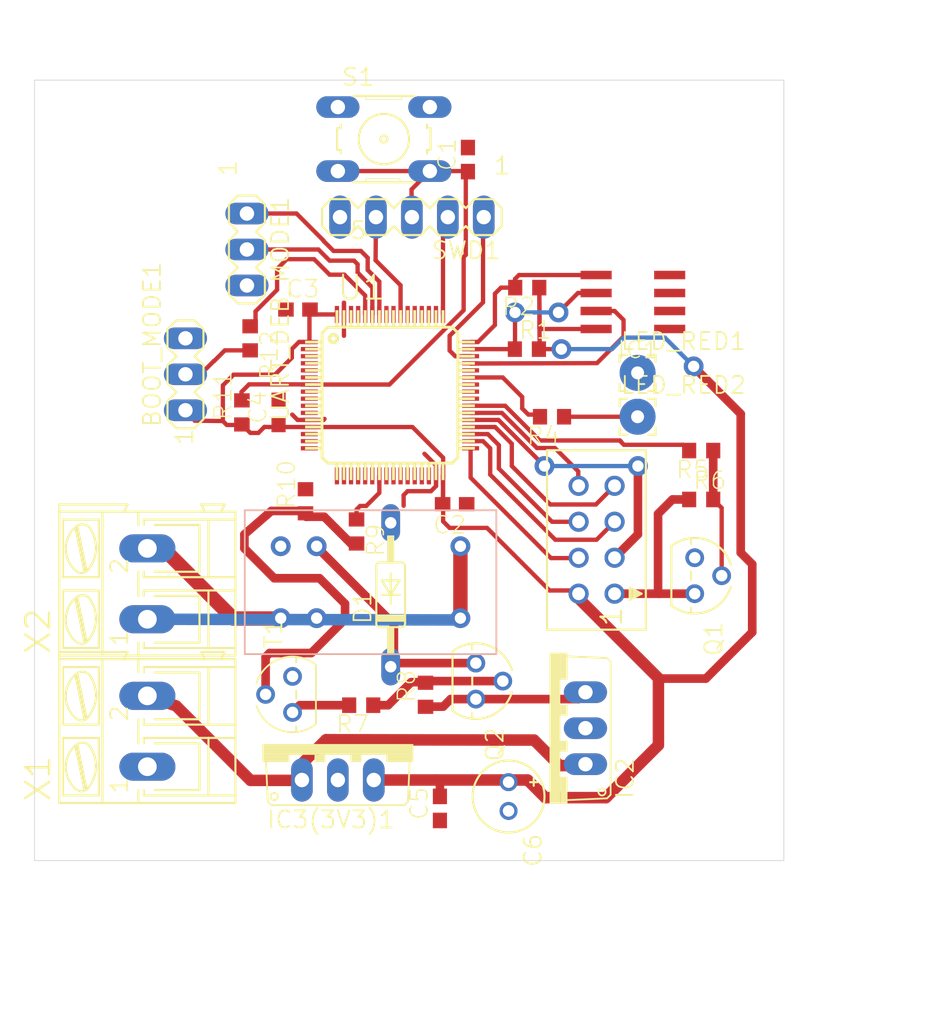
<source format=kicad_pcb>
(kicad_pcb (version 20171130) (host pcbnew 5.1.5-52549c5~84~ubuntu18.04.1)

  (general
    (thickness 1.6)
    (drawings 7)
    (tracks 286)
    (zones 0)
    (modules 35)
    (nets 73)
  )

  (page A4)
  (layers
    (0 Top signal)
    (31 Bottom signal)
    (32 B.Adhes user)
    (33 F.Adhes user)
    (34 B.Paste user)
    (35 F.Paste user)
    (36 B.SilkS user)
    (37 F.SilkS user)
    (38 B.Mask user)
    (39 F.Mask user)
    (40 Dwgs.User user)
    (41 Cmts.User user)
    (42 Eco1.User user)
    (43 Eco2.User user)
    (44 Edge.Cuts user)
    (45 Margin user)
    (46 B.CrtYd user)
    (47 F.CrtYd user)
    (48 B.Fab user)
    (49 F.Fab user)
  )

  (setup
    (last_trace_width 0.25)
    (trace_clearance 0.2)
    (zone_clearance 0.508)
    (zone_45_only no)
    (trace_min 0.2)
    (via_size 0.8)
    (via_drill 0.4)
    (via_min_size 0.4)
    (via_min_drill 0.3)
    (uvia_size 0.3)
    (uvia_drill 0.1)
    (uvias_allowed no)
    (uvia_min_size 0.2)
    (uvia_min_drill 0.1)
    (edge_width 0.05)
    (segment_width 0.2)
    (pcb_text_width 0.3)
    (pcb_text_size 1.5 1.5)
    (mod_edge_width 0.12)
    (mod_text_size 1 1)
    (mod_text_width 0.15)
    (pad_size 1.524 1.524)
    (pad_drill 0.762)
    (pad_to_mask_clearance 0.051)
    (solder_mask_min_width 0.25)
    (aux_axis_origin 0 0)
    (visible_elements FFFFFF7F)
    (pcbplotparams
      (layerselection 0x010fc_ffffffff)
      (usegerberextensions false)
      (usegerberattributes false)
      (usegerberadvancedattributes false)
      (creategerberjobfile false)
      (excludeedgelayer true)
      (linewidth 0.100000)
      (plotframeref false)
      (viasonmask false)
      (mode 1)
      (useauxorigin false)
      (hpglpennumber 1)
      (hpglpenspeed 20)
      (hpglpendiameter 15.000000)
      (psnegative false)
      (psa4output false)
      (plotreference true)
      (plotvalue true)
      (plotinvisibletext false)
      (padsonsilk false)
      (subtractmaskfromsilk false)
      (outputformat 1)
      (mirror false)
      (drillshape 1)
      (scaleselection 1)
      (outputdirectory ""))
  )

  (net 0 "")
  (net 1 GND)
  (net 2 VCC)
  (net 3 +5V)
  (net 4 +24V)
  (net 5 "Net-(U1-Pad62)")
  (net 6 "Net-(U1-Pad61)")
  (net 7 "Net-(R12-Pad1)")
  (net 8 /RX)
  (net 9 /TX)
  (net 10 "Net-(U1-Pad57)")
  (net 11 "Net-(U1-Pad56)")
  (net 12 /SWO)
  (net 13 "Net-(U1-Pad54)")
  (net 14 "Net-(U1-Pad53)")
  (net 15 "Net-(U1-Pad52)")
  (net 16 "Net-(U1-Pad51)")
  (net 17 "Net-(U1-Pad50)")
  (net 18 /SWCLK)
  (net 19 "Net-(IC1-Pad5)")
  (net 20 "Net-(IC1-Pad6)")
  (net 21 /SWDIO)
  (net 22 "Net-(IC1-Pad7)")
  (net 23 "Net-(U1-Pad44)")
  (net 24 "Net-(R4-Pad2)")
  (net 25 "Net-(U1-Pad42)")
  (net 26 "Net-(U1-Pad41)")
  (net 27 "Net-(U1-Pad40)")
  (net 28 "Net-(R5-Pad2)")
  (net 29 /IRQ)
  (net 30 /CE)
  (net 31 /MISO)
  (net 32 "Net-(CON1-Pad6)")
  (net 33 /SCK)
  (net 34 "Net-(CON1-Pad4)")
  (net 35 "Net-(U1-Pad30)")
  (net 36 "Net-(U1-Pad29)")
  (net 37 "Net-(U1-Pad28)")
  (net 38 "Net-(U1-Pad27)")
  (net 39 "Net-(U1-Pad26)")
  (net 40 "Net-(U1-Pad25)")
  (net 41 "Net-(U1-Pad24)")
  (net 42 "Net-(R9-Pad1)")
  (net 43 "Net-(U1-Pad22)")
  (net 44 "Net-(U1-Pad21)")
  (net 45 "Net-(U1-Pad20)")
  (net 46 "Net-(U1-Pad19)")
  (net 47 "Net-(U1-Pad18)")
  (net 48 "Net-(U1-Pad17)")
  (net 49 "Net-(U1-Pad16)")
  (net 50 "Net-(U1-Pad15)")
  (net 51 "Net-(U1-Pad14)")
  (net 52 "Net-(U1-Pad11)")
  (net 53 "Net-(U1-Pad10)")
  (net 54 "Net-(U1-Pad9)")
  (net 55 "Net-(U1-Pad8)")
  (net 56 /NRST)
  (net 57 "Net-(U1-Pad6)")
  (net 58 "Net-(U1-Pad5)")
  (net 59 "Net-(U1-Pad4)")
  (net 60 "Net-(U1-Pad3)")
  (net 61 "Net-(U1-Pad2)")
  (net 62 "Net-(Q1-Pad2)")
  (net 63 "Net-(CON1-Pad1)")
  (net 64 "Net-(U$1-PadP$6)")
  (net 65 "Net-(U$1-PadP$5)")
  (net 66 "Net-(D1-PadC)")
  (net 67 "Net-(U$1-PadP$1)")
  (net 68 "Net-(Q2-Pad2)")
  (net 69 "Net-(R7-Pad2)")
  (net 70 "Net-(R10-Pad1)")
  (net 71 "Net-(LED_RED2-Pad1)")
  (net 72 "Net-(BOOT_MODE1-Pad2)")

  (net_class Default "This is the default net class."
    (clearance 0.2)
    (trace_width 0.25)
    (via_dia 0.8)
    (via_drill 0.4)
    (uvia_dia 0.3)
    (uvia_drill 0.1)
    (add_net +24V)
    (add_net +5V)
    (add_net /CE)
    (add_net /IRQ)
    (add_net /MISO)
    (add_net /NRST)
    (add_net /RX)
    (add_net /SCK)
    (add_net /SWCLK)
    (add_net /SWDIO)
    (add_net /SWO)
    (add_net /TX)
    (add_net GND)
    (add_net N$12)
    (add_net N$9)
    (add_net "Net-(BOOT_MODE1-Pad2)")
    (add_net "Net-(CON1-Pad1)")
    (add_net "Net-(CON1-Pad4)")
    (add_net "Net-(CON1-Pad6)")
    (add_net "Net-(D1-PadC)")
    (add_net "Net-(IC1-Pad5)")
    (add_net "Net-(IC1-Pad6)")
    (add_net "Net-(IC1-Pad7)")
    (add_net "Net-(LED_RED2-Pad1)")
    (add_net "Net-(Q1-Pad2)")
    (add_net "Net-(Q2-Pad2)")
    (add_net "Net-(R10-Pad1)")
    (add_net "Net-(R12-Pad1)")
    (add_net "Net-(R4-Pad2)")
    (add_net "Net-(R5-Pad2)")
    (add_net "Net-(R7-Pad2)")
    (add_net "Net-(R9-Pad1)")
    (add_net "Net-(U$1-PadP$1)")
    (add_net "Net-(U$1-PadP$5)")
    (add_net "Net-(U$1-PadP$6)")
    (add_net "Net-(U1-Pad10)")
    (add_net "Net-(U1-Pad11)")
    (add_net "Net-(U1-Pad14)")
    (add_net "Net-(U1-Pad15)")
    (add_net "Net-(U1-Pad16)")
    (add_net "Net-(U1-Pad17)")
    (add_net "Net-(U1-Pad18)")
    (add_net "Net-(U1-Pad19)")
    (add_net "Net-(U1-Pad2)")
    (add_net "Net-(U1-Pad20)")
    (add_net "Net-(U1-Pad21)")
    (add_net "Net-(U1-Pad22)")
    (add_net "Net-(U1-Pad24)")
    (add_net "Net-(U1-Pad25)")
    (add_net "Net-(U1-Pad26)")
    (add_net "Net-(U1-Pad27)")
    (add_net "Net-(U1-Pad28)")
    (add_net "Net-(U1-Pad29)")
    (add_net "Net-(U1-Pad3)")
    (add_net "Net-(U1-Pad30)")
    (add_net "Net-(U1-Pad4)")
    (add_net "Net-(U1-Pad40)")
    (add_net "Net-(U1-Pad41)")
    (add_net "Net-(U1-Pad42)")
    (add_net "Net-(U1-Pad44)")
    (add_net "Net-(U1-Pad5)")
    (add_net "Net-(U1-Pad50)")
    (add_net "Net-(U1-Pad51)")
    (add_net "Net-(U1-Pad52)")
    (add_net "Net-(U1-Pad53)")
    (add_net "Net-(U1-Pad54)")
    (add_net "Net-(U1-Pad56)")
    (add_net "Net-(U1-Pad57)")
    (add_net "Net-(U1-Pad6)")
    (add_net "Net-(U1-Pad61)")
    (add_net "Net-(U1-Pad62)")
    (add_net "Net-(U1-Pad8)")
    (add_net "Net-(U1-Pad9)")
    (add_net VCC)
  )

  (module ledclock-sensor:TQFP64 (layer Top) (tedit 0) (tstamp 5DDC428E)
    (at 147.1422 99.695)
    (path /F9562130)
    (fp_text reference U1 (at -3.81 -6.604) (layer F.SilkS)
      (effects (font (size 1.6891 1.6891) (thickness 0.14224)) (justify left bottom))
    )
    (fp_text value STM32F10XRXT6 (at -4.064 1.7701) (layer F.Fab)
      (effects (font (size 1.6891 1.6891) (thickness 0.14224)) (justify left bottom))
    )
    (fp_poly (pts (xy -3.85 -4.8) (xy -3.65 -4.8) (xy -3.65 -6) (xy -3.85 -6)) (layer F.SilkS) (width 0))
    (fp_poly (pts (xy -3.35 -4.8) (xy -3.15 -4.8) (xy -3.15 -6) (xy -3.35 -6)) (layer F.SilkS) (width 0))
    (fp_poly (pts (xy -2.85 -4.8) (xy -2.65 -4.8) (xy -2.65 -6) (xy -2.85 -6)) (layer F.SilkS) (width 0))
    (fp_poly (pts (xy -2.35 -4.8) (xy -2.15 -4.8) (xy -2.15 -6) (xy -2.35 -6)) (layer F.SilkS) (width 0))
    (fp_poly (pts (xy -1.85 -4.8) (xy -1.65 -4.8) (xy -1.65 -6) (xy -1.85 -6)) (layer F.SilkS) (width 0))
    (fp_poly (pts (xy -1.35 -4.8) (xy -1.15 -4.8) (xy -1.15 -6) (xy -1.35 -6)) (layer F.SilkS) (width 0))
    (fp_poly (pts (xy -0.85 -4.8) (xy -0.65 -4.8) (xy -0.65 -6) (xy -0.85 -6)) (layer F.SilkS) (width 0))
    (fp_poly (pts (xy -0.35 -4.8) (xy -0.15 -4.8) (xy -0.15 -6) (xy -0.35 -6)) (layer F.SilkS) (width 0))
    (fp_poly (pts (xy 0.15 -4.8) (xy 0.35 -4.8) (xy 0.35 -6) (xy 0.15 -6)) (layer F.SilkS) (width 0))
    (fp_poly (pts (xy 0.65 -4.8) (xy 0.85 -4.8) (xy 0.85 -6) (xy 0.65 -6)) (layer F.SilkS) (width 0))
    (fp_poly (pts (xy 1.15 -4.8) (xy 1.35 -4.8) (xy 1.35 -6) (xy 1.15 -6)) (layer F.SilkS) (width 0))
    (fp_poly (pts (xy 1.65 -4.8) (xy 1.85 -4.8) (xy 1.85 -6) (xy 1.65 -6)) (layer F.SilkS) (width 0))
    (fp_poly (pts (xy 2.15 -4.8) (xy 2.35 -4.8) (xy 2.35 -6) (xy 2.15 -6)) (layer F.SilkS) (width 0))
    (fp_poly (pts (xy 2.65 -4.8) (xy 2.85 -4.8) (xy 2.85 -6) (xy 2.65 -6)) (layer F.SilkS) (width 0))
    (fp_poly (pts (xy 3.15 -4.8) (xy 3.35 -4.8) (xy 3.35 -6) (xy 3.15 -6)) (layer F.SilkS) (width 0))
    (fp_poly (pts (xy 3.65 -4.8) (xy 3.85 -4.8) (xy 3.85 -6) (xy 3.65 -6)) (layer F.SilkS) (width 0))
    (fp_poly (pts (xy 4.8 -3.65) (xy 6 -3.65) (xy 6 -3.85) (xy 4.8 -3.85)) (layer F.SilkS) (width 0))
    (fp_poly (pts (xy 4.8 -3.15) (xy 6 -3.15) (xy 6 -3.35) (xy 4.8 -3.35)) (layer F.SilkS) (width 0))
    (fp_poly (pts (xy 4.8 -2.65) (xy 6 -2.65) (xy 6 -2.85) (xy 4.8 -2.85)) (layer F.SilkS) (width 0))
    (fp_poly (pts (xy 4.8 -2.15) (xy 6 -2.15) (xy 6 -2.35) (xy 4.8 -2.35)) (layer F.SilkS) (width 0))
    (fp_poly (pts (xy 4.8 -1.65) (xy 6 -1.65) (xy 6 -1.85) (xy 4.8 -1.85)) (layer F.SilkS) (width 0))
    (fp_poly (pts (xy 4.8 -1.15) (xy 6 -1.15) (xy 6 -1.35) (xy 4.8 -1.35)) (layer F.SilkS) (width 0))
    (fp_poly (pts (xy 4.8 -0.65) (xy 6 -0.65) (xy 6 -0.85) (xy 4.8 -0.85)) (layer F.SilkS) (width 0))
    (fp_poly (pts (xy 4.8 -0.15) (xy 6 -0.15) (xy 6 -0.35) (xy 4.8 -0.35)) (layer F.SilkS) (width 0))
    (fp_poly (pts (xy 4.8 0.35) (xy 6 0.35) (xy 6 0.15) (xy 4.8 0.15)) (layer F.SilkS) (width 0))
    (fp_poly (pts (xy 4.8 0.85) (xy 6 0.85) (xy 6 0.65) (xy 4.8 0.65)) (layer F.SilkS) (width 0))
    (fp_poly (pts (xy 4.8 1.35) (xy 6 1.35) (xy 6 1.15) (xy 4.8 1.15)) (layer F.SilkS) (width 0))
    (fp_poly (pts (xy 4.8 1.85) (xy 6 1.85) (xy 6 1.65) (xy 4.8 1.65)) (layer F.SilkS) (width 0))
    (fp_poly (pts (xy 4.8 2.35) (xy 6 2.35) (xy 6 2.15) (xy 4.8 2.15)) (layer F.SilkS) (width 0))
    (fp_poly (pts (xy 4.8 2.85) (xy 6 2.85) (xy 6 2.65) (xy 4.8 2.65)) (layer F.SilkS) (width 0))
    (fp_poly (pts (xy 4.8 3.35) (xy 6 3.35) (xy 6 3.15) (xy 4.8 3.15)) (layer F.SilkS) (width 0))
    (fp_poly (pts (xy 4.8 3.85) (xy 6 3.85) (xy 6 3.65) (xy 4.8 3.65)) (layer F.SilkS) (width 0))
    (fp_poly (pts (xy 3.65 6) (xy 3.85 6) (xy 3.85 4.8) (xy 3.65 4.8)) (layer F.SilkS) (width 0))
    (fp_poly (pts (xy 3.15 6) (xy 3.35 6) (xy 3.35 4.8) (xy 3.15 4.8)) (layer F.SilkS) (width 0))
    (fp_poly (pts (xy 2.65 6) (xy 2.85 6) (xy 2.85 4.8) (xy 2.65 4.8)) (layer F.SilkS) (width 0))
    (fp_poly (pts (xy 2.15 6) (xy 2.35 6) (xy 2.35 4.8) (xy 2.15 4.8)) (layer F.SilkS) (width 0))
    (fp_poly (pts (xy 1.65 6) (xy 1.85 6) (xy 1.85 4.8) (xy 1.65 4.8)) (layer F.SilkS) (width 0))
    (fp_poly (pts (xy 1.15 6) (xy 1.35 6) (xy 1.35 4.8) (xy 1.15 4.8)) (layer F.SilkS) (width 0))
    (fp_poly (pts (xy 0.65 6) (xy 0.85 6) (xy 0.85 4.8) (xy 0.65 4.8)) (layer F.SilkS) (width 0))
    (fp_poly (pts (xy 0.15 6) (xy 0.35 6) (xy 0.35 4.8) (xy 0.15 4.8)) (layer F.SilkS) (width 0))
    (fp_poly (pts (xy -0.35 6) (xy -0.15 6) (xy -0.15 4.8) (xy -0.35 4.8)) (layer F.SilkS) (width 0))
    (fp_poly (pts (xy -0.85 6) (xy -0.65 6) (xy -0.65 4.8) (xy -0.85 4.8)) (layer F.SilkS) (width 0))
    (fp_poly (pts (xy -1.35 6) (xy -1.15 6) (xy -1.15 4.8) (xy -1.35 4.8)) (layer F.SilkS) (width 0))
    (fp_poly (pts (xy -1.85 6) (xy -1.65 6) (xy -1.65 4.8) (xy -1.85 4.8)) (layer F.SilkS) (width 0))
    (fp_poly (pts (xy -2.35 6) (xy -2.15 6) (xy -2.15 4.8) (xy -2.35 4.8)) (layer F.SilkS) (width 0))
    (fp_poly (pts (xy -2.85 6) (xy -2.65 6) (xy -2.65 4.8) (xy -2.85 4.8)) (layer F.SilkS) (width 0))
    (fp_poly (pts (xy -3.35 6) (xy -3.15 6) (xy -3.15 4.8) (xy -3.35 4.8)) (layer F.SilkS) (width 0))
    (fp_poly (pts (xy -3.85 6) (xy -3.65 6) (xy -3.65 4.8) (xy -3.85 4.8)) (layer F.SilkS) (width 0))
    (fp_poly (pts (xy -6 3.85) (xy -4.8 3.85) (xy -4.8 3.65) (xy -6 3.65)) (layer F.SilkS) (width 0))
    (fp_poly (pts (xy -6 3.35) (xy -4.8 3.35) (xy -4.8 3.15) (xy -6 3.15)) (layer F.SilkS) (width 0))
    (fp_poly (pts (xy -6 2.85) (xy -4.8 2.85) (xy -4.8 2.65) (xy -6 2.65)) (layer F.SilkS) (width 0))
    (fp_poly (pts (xy -6 2.35) (xy -4.8 2.35) (xy -4.8 2.15) (xy -6 2.15)) (layer F.SilkS) (width 0))
    (fp_poly (pts (xy -6 1.85) (xy -4.8 1.85) (xy -4.8 1.65) (xy -6 1.65)) (layer F.SilkS) (width 0))
    (fp_poly (pts (xy -6 1.35) (xy -4.8 1.35) (xy -4.8 1.15) (xy -6 1.15)) (layer F.SilkS) (width 0))
    (fp_poly (pts (xy -6 0.85) (xy -4.8 0.85) (xy -4.8 0.65) (xy -6 0.65)) (layer F.SilkS) (width 0))
    (fp_poly (pts (xy -6 0.35) (xy -4.8 0.35) (xy -4.8 0.15) (xy -6 0.15)) (layer F.SilkS) (width 0))
    (fp_poly (pts (xy -6 -0.15) (xy -4.8 -0.15) (xy -4.8 -0.35) (xy -6 -0.35)) (layer F.SilkS) (width 0))
    (fp_poly (pts (xy -6 -0.65) (xy -4.8 -0.65) (xy -4.8 -0.85) (xy -6 -0.85)) (layer F.SilkS) (width 0))
    (fp_poly (pts (xy -6 -1.15) (xy -4.8 -1.15) (xy -4.8 -1.35) (xy -6 -1.35)) (layer F.SilkS) (width 0))
    (fp_poly (pts (xy -6 -1.65) (xy -4.8 -1.65) (xy -4.8 -1.85) (xy -6 -1.85)) (layer F.SilkS) (width 0))
    (fp_poly (pts (xy -6 -2.15) (xy -4.8 -2.15) (xy -4.8 -2.35) (xy -6 -2.35)) (layer F.SilkS) (width 0))
    (fp_poly (pts (xy -6 -2.65) (xy -4.8 -2.65) (xy -4.8 -2.85) (xy -6 -2.85)) (layer F.SilkS) (width 0))
    (fp_poly (pts (xy -6 -3.15) (xy -4.8 -3.15) (xy -4.8 -3.35) (xy -6 -3.35)) (layer F.SilkS) (width 0))
    (fp_poly (pts (xy -6 -3.65) (xy -4.8 -3.65) (xy -4.8 -3.85) (xy -6 -3.85)) (layer F.SilkS) (width 0))
    (fp_circle (center -4 -4) (end -3.7173 -4) (layer F.SilkS) (width 0.254))
    (fp_line (start -4.8 4.4) (end -4.8 -4.4) (layer F.SilkS) (width 0.2032))
    (fp_line (start -4.4 4.8) (end -4.8 4.4) (layer F.SilkS) (width 0.2032))
    (fp_line (start 4.4 4.8) (end -4.4 4.8) (layer F.SilkS) (width 0.2032))
    (fp_line (start 4.8 4.4) (end 4.4 4.8) (layer F.SilkS) (width 0.2032))
    (fp_line (start 4.8 -4.4) (end 4.8 4.4) (layer F.SilkS) (width 0.2032))
    (fp_line (start 4.4 -4.8) (end 4.8 -4.4) (layer F.SilkS) (width 0.2032))
    (fp_line (start -4.4 -4.8) (end 4.4 -4.8) (layer F.SilkS) (width 0.2032))
    (fp_line (start -4.8 -4.4) (end -4.4 -4.8) (layer F.SilkS) (width 0.2032))
    (pad 64 smd rect (at -3.75 -5.7) (size 0.3 1.2) (layers Top F.Paste F.Mask)
      (net 2 VCC) (solder_mask_margin 0.1016))
    (pad 63 smd rect (at -3.25 -5.7) (size 0.3 1.2) (layers Top F.Paste F.Mask)
      (net 1 GND) (solder_mask_margin 0.1016))
    (pad 62 smd rect (at -2.75 -5.7) (size 0.3 1.2) (layers Top F.Paste F.Mask)
      (net 5 "Net-(U1-Pad62)") (solder_mask_margin 0.1016))
    (pad 61 smd rect (at -2.25 -5.7) (size 0.3 1.2) (layers Top F.Paste F.Mask)
      (net 6 "Net-(U1-Pad61)") (solder_mask_margin 0.1016))
    (pad 60 smd rect (at -1.75 -5.7) (size 0.3 1.2) (layers Top F.Paste F.Mask)
      (net 7 "Net-(R12-Pad1)") (solder_mask_margin 0.1016))
    (pad 59 smd rect (at -1.25 -5.7) (size 0.3 1.2) (layers Top F.Paste F.Mask)
      (net 8 /RX) (solder_mask_margin 0.1016))
    (pad 58 smd rect (at -0.75 -5.7) (size 0.3 1.2) (layers Top F.Paste F.Mask)
      (net 9 /TX) (solder_mask_margin 0.1016))
    (pad 57 smd rect (at -0.25 -5.7) (size 0.3 1.2) (layers Top F.Paste F.Mask)
      (net 10 "Net-(U1-Pad57)") (solder_mask_margin 0.1016))
    (pad 56 smd rect (at 0.25 -5.7) (size 0.3 1.2) (layers Top F.Paste F.Mask)
      (net 11 "Net-(U1-Pad56)") (solder_mask_margin 0.1016))
    (pad 55 smd rect (at 0.75 -5.7) (size 0.3 1.2) (layers Top F.Paste F.Mask)
      (net 12 /SWO) (solder_mask_margin 0.1016))
    (pad 54 smd rect (at 1.25 -5.7) (size 0.3 1.2) (layers Top F.Paste F.Mask)
      (net 13 "Net-(U1-Pad54)") (solder_mask_margin 0.1016))
    (pad 53 smd rect (at 1.75 -5.7) (size 0.3 1.2) (layers Top F.Paste F.Mask)
      (net 14 "Net-(U1-Pad53)") (solder_mask_margin 0.1016))
    (pad 52 smd rect (at 2.25 -5.7) (size 0.3 1.2) (layers Top F.Paste F.Mask)
      (net 15 "Net-(U1-Pad52)") (solder_mask_margin 0.1016))
    (pad 51 smd rect (at 2.75 -5.7) (size 0.3 1.2) (layers Top F.Paste F.Mask)
      (net 16 "Net-(U1-Pad51)") (solder_mask_margin 0.1016))
    (pad 50 smd rect (at 3.25 -5.7) (size 0.3 1.2) (layers Top F.Paste F.Mask)
      (net 17 "Net-(U1-Pad50)") (solder_mask_margin 0.1016))
    (pad 49 smd rect (at 3.75 -5.7) (size 0.3 1.2) (layers Top F.Paste F.Mask)
      (net 18 /SWCLK) (solder_mask_margin 0.1016))
    (pad 48 smd rect (at 5.7 -3.75) (size 1.2 0.3) (layers Top F.Paste F.Mask)
      (net 19 "Net-(IC1-Pad5)") (solder_mask_margin 0.1016))
    (pad 47 smd rect (at 5.7 -3.25) (size 1.2 0.3) (layers Top F.Paste F.Mask)
      (net 20 "Net-(IC1-Pad6)") (solder_mask_margin 0.1016))
    (pad 46 smd rect (at 5.7 -2.75) (size 1.2 0.3) (layers Top F.Paste F.Mask)
      (net 21 /SWDIO) (solder_mask_margin 0.1016))
    (pad 45 smd rect (at 5.7 -2.25) (size 1.2 0.3) (layers Top F.Paste F.Mask)
      (net 22 "Net-(IC1-Pad7)") (solder_mask_margin 0.1016))
    (pad 44 smd rect (at 5.7 -1.75) (size 1.2 0.3) (layers Top F.Paste F.Mask)
      (net 23 "Net-(U1-Pad44)") (solder_mask_margin 0.1016))
    (pad 43 smd rect (at 5.7 -1.25) (size 1.2 0.3) (layers Top F.Paste F.Mask)
      (net 24 "Net-(R4-Pad2)") (solder_mask_margin 0.1016))
    (pad 42 smd rect (at 5.7 -0.75) (size 1.2 0.3) (layers Top F.Paste F.Mask)
      (net 25 "Net-(U1-Pad42)") (solder_mask_margin 0.1016))
    (pad 41 smd rect (at 5.7 -0.25) (size 1.2 0.3) (layers Top F.Paste F.Mask)
      (net 26 "Net-(U1-Pad41)") (solder_mask_margin 0.1016))
    (pad 40 smd rect (at 5.7 0.25) (size 1.2 0.3) (layers Top F.Paste F.Mask)
      (net 27 "Net-(U1-Pad40)") (solder_mask_margin 0.1016))
    (pad 39 smd rect (at 5.7 0.75) (size 1.2 0.3) (layers Top F.Paste F.Mask)
      (net 28 "Net-(R5-Pad2)") (solder_mask_margin 0.1016))
    (pad 38 smd rect (at 5.7 1.25) (size 1.2 0.3) (layers Top F.Paste F.Mask)
      (net 29 /IRQ) (solder_mask_margin 0.1016))
    (pad 37 smd rect (at 5.7 1.75) (size 1.2 0.3) (layers Top F.Paste F.Mask)
      (net 30 /CE) (solder_mask_margin 0.1016))
    (pad 36 smd rect (at 5.7 2.25) (size 1.2 0.3) (layers Top F.Paste F.Mask)
      (net 31 /MISO) (solder_mask_margin 0.1016))
    (pad 35 smd rect (at 5.7 2.75) (size 1.2 0.3) (layers Top F.Paste F.Mask)
      (net 32 "Net-(CON1-Pad6)") (solder_mask_margin 0.1016))
    (pad 34 smd rect (at 5.7 3.25) (size 1.2 0.3) (layers Top F.Paste F.Mask)
      (net 33 /SCK) (solder_mask_margin 0.1016))
    (pad 33 smd rect (at 5.7 3.75) (size 1.2 0.3) (layers Top F.Paste F.Mask)
      (net 34 "Net-(CON1-Pad4)") (solder_mask_margin 0.1016))
    (pad 32 smd rect (at 3.75 5.7) (size 0.3 1.2) (layers Top F.Paste F.Mask)
      (net 2 VCC) (solder_mask_margin 0.1016))
    (pad 31 smd rect (at 3.25 5.7) (size 0.3 1.2) (layers Top F.Paste F.Mask)
      (net 1 GND) (solder_mask_margin 0.1016))
    (pad 30 smd rect (at 2.75 5.7) (size 0.3 1.2) (layers Top F.Paste F.Mask)
      (net 35 "Net-(U1-Pad30)") (solder_mask_margin 0.1016))
    (pad 29 smd rect (at 2.25 5.7) (size 0.3 1.2) (layers Top F.Paste F.Mask)
      (net 36 "Net-(U1-Pad29)") (solder_mask_margin 0.1016))
    (pad 28 smd rect (at 1.75 5.7) (size 0.3 1.2) (layers Top F.Paste F.Mask)
      (net 37 "Net-(U1-Pad28)") (solder_mask_margin 0.1016))
    (pad 27 smd rect (at 1.25 5.7) (size 0.3 1.2) (layers Top F.Paste F.Mask)
      (net 38 "Net-(U1-Pad27)") (solder_mask_margin 0.1016))
    (pad 26 smd rect (at 0.75 5.7) (size 0.3 1.2) (layers Top F.Paste F.Mask)
      (net 39 "Net-(U1-Pad26)") (solder_mask_margin 0.1016))
    (pad 25 smd rect (at 0.25 5.7) (size 0.3 1.2) (layers Top F.Paste F.Mask)
      (net 40 "Net-(U1-Pad25)") (solder_mask_margin 0.1016))
    (pad 24 smd rect (at -0.25 5.7) (size 0.3 1.2) (layers Top F.Paste F.Mask)
      (net 41 "Net-(U1-Pad24)") (solder_mask_margin 0.1016))
    (pad 23 smd rect (at -0.75 5.7) (size 0.3 1.2) (layers Top F.Paste F.Mask)
      (net 42 "Net-(R9-Pad1)") (solder_mask_margin 0.1016))
    (pad 22 smd rect (at -1.25 5.7) (size 0.3 1.2) (layers Top F.Paste F.Mask)
      (net 43 "Net-(U1-Pad22)") (solder_mask_margin 0.1016))
    (pad 21 smd rect (at -1.75 5.7) (size 0.3 1.2) (layers Top F.Paste F.Mask)
      (net 44 "Net-(U1-Pad21)") (solder_mask_margin 0.1016))
    (pad 20 smd rect (at -2.25 5.7) (size 0.3 1.2) (layers Top F.Paste F.Mask)
      (net 45 "Net-(U1-Pad20)") (solder_mask_margin 0.1016))
    (pad 19 smd rect (at -2.75 5.7) (size 0.3 1.2) (layers Top F.Paste F.Mask)
      (net 46 "Net-(U1-Pad19)") (solder_mask_margin 0.1016))
    (pad 18 smd rect (at -3.25 5.7) (size 0.3 1.2) (layers Top F.Paste F.Mask)
      (net 47 "Net-(U1-Pad18)") (solder_mask_margin 0.1016))
    (pad 17 smd rect (at -3.75 5.7) (size 0.3 1.2) (layers Top F.Paste F.Mask)
      (net 48 "Net-(U1-Pad17)") (solder_mask_margin 0.1016))
    (pad 16 smd rect (at -5.7 3.75) (size 1.2 0.3) (layers Top F.Paste F.Mask)
      (net 49 "Net-(U1-Pad16)") (solder_mask_margin 0.1016))
    (pad 15 smd rect (at -5.7 3.25) (size 1.2 0.3) (layers Top F.Paste F.Mask)
      (net 50 "Net-(U1-Pad15)") (solder_mask_margin 0.1016))
    (pad 14 smd rect (at -5.7 2.75) (size 1.2 0.3) (layers Top F.Paste F.Mask)
      (net 51 "Net-(U1-Pad14)") (solder_mask_margin 0.1016))
    (pad 13 smd rect (at -5.7 2.25) (size 1.2 0.3) (layers Top F.Paste F.Mask)
      (net 2 VCC) (solder_mask_margin 0.1016))
    (pad 12 smd rect (at -5.7 1.75) (size 1.2 0.3) (layers Top F.Paste F.Mask)
      (net 1 GND) (solder_mask_margin 0.1016))
    (pad 11 smd rect (at -5.7 1.25) (size 1.2 0.3) (layers Top F.Paste F.Mask)
      (net 52 "Net-(U1-Pad11)") (solder_mask_margin 0.1016))
    (pad 10 smd rect (at -5.7 0.75) (size 1.2 0.3) (layers Top F.Paste F.Mask)
      (net 53 "Net-(U1-Pad10)") (solder_mask_margin 0.1016))
    (pad 9 smd rect (at -5.7 0.25) (size 1.2 0.3) (layers Top F.Paste F.Mask)
      (net 54 "Net-(U1-Pad9)") (solder_mask_margin 0.1016))
    (pad 8 smd rect (at -5.7 -0.25) (size 1.2 0.3) (layers Top F.Paste F.Mask)
      (net 55 "Net-(U1-Pad8)") (solder_mask_margin 0.1016))
    (pad 7 smd rect (at -5.7 -0.75) (size 1.2 0.3) (layers Top F.Paste F.Mask)
      (net 56 /NRST) (solder_mask_margin 0.1016))
    (pad 6 smd rect (at -5.7 -1.25) (size 1.2 0.3) (layers Top F.Paste F.Mask)
      (net 57 "Net-(U1-Pad6)") (solder_mask_margin 0.1016))
    (pad 5 smd rect (at -5.7 -1.75) (size 1.2 0.3) (layers Top F.Paste F.Mask)
      (net 58 "Net-(U1-Pad5)") (solder_mask_margin 0.1016))
    (pad 4 smd rect (at -5.7 -2.25) (size 1.2 0.3) (layers Top F.Paste F.Mask)
      (net 59 "Net-(U1-Pad4)") (solder_mask_margin 0.1016))
    (pad 3 smd rect (at -5.7 -2.75) (size 1.2 0.3) (layers Top F.Paste F.Mask)
      (net 60 "Net-(U1-Pad3)") (solder_mask_margin 0.1016))
    (pad 2 smd rect (at -5.7 -3.25) (size 1.2 0.3) (layers Top F.Paste F.Mask)
      (net 61 "Net-(U1-Pad2)") (solder_mask_margin 0.1016))
    (pad 1 smd rect (at -5.7 -3.75) (size 1.2 0.3) (layers Top F.Paste F.Mask)
      (net 2 VCC) (solder_mask_margin 0.1016))
  )

  (module ledclock-sensor:SO-08 (layer Top) (tedit 0) (tstamp 5DDC431A)
    (at 164.3126 93.1164 90)
    (descr "<B>Small Outline Narrow Plastic Gull Wing</B><p>\n150-mil body, package type SN")
    (path /06F92037)
    (fp_text reference IC1 (at -2.667 1.905 180) (layer F.SilkS)
      (effects (font (size 1.2065 1.2065) (thickness 0.1016)) (justify right top))
    )
    (fp_text value 24SN (at 3.937 1.905 180) (layer F.Fab)
      (effects (font (size 1.2065 1.2065) (thickness 0.1016)) (justify right top))
    )
    (fp_poly (pts (xy -1 1) (xy 1 1) (xy 1 -1) (xy -1 -1)) (layer F.Adhes) (width 0))
    (fp_poly (pts (xy -2.1501 -2) (xy -1.6599 -2) (xy -1.6599 -3.1001) (xy -2.1501 -3.1001)) (layer F.Fab) (width 0))
    (fp_poly (pts (xy -0.8801 -2) (xy -0.3899 -2) (xy -0.3899 -3.1001) (xy -0.8801 -3.1001)) (layer F.Fab) (width 0))
    (fp_poly (pts (xy 0.3899 -2) (xy 0.8801 -2) (xy 0.8801 -3.1001) (xy 0.3899 -3.1001)) (layer F.Fab) (width 0))
    (fp_poly (pts (xy 1.6599 -2) (xy 2.1501 -2) (xy 2.1501 -3.1001) (xy 1.6599 -3.1001)) (layer F.Fab) (width 0))
    (fp_poly (pts (xy 1.6599 3.1001) (xy 2.1501 3.1001) (xy 2.1501 2) (xy 1.6599 2)) (layer F.Fab) (width 0))
    (fp_poly (pts (xy 0.3899 3.1001) (xy 0.8801 3.1001) (xy 0.8801 2) (xy 0.3899 2)) (layer F.Fab) (width 0))
    (fp_poly (pts (xy -0.8801 3.1001) (xy -0.3899 3.1001) (xy -0.3899 2) (xy -0.8801 2)) (layer F.Fab) (width 0))
    (fp_poly (pts (xy -2.1501 3.1001) (xy -1.6599 3.1001) (xy -1.6599 2) (xy -2.1501 2)) (layer F.Fab) (width 0))
    (fp_text user "JEDEC MS-012 AA" (at -1.905 -0.365 90) (layer Cmts.User)
      (effects (font (size 0.28956 0.28956) (thickness 0.024384)) (justify left bottom))
    )
    (fp_text user "IPC SO8" (at -1.905 0.635 90) (layer Cmts.User)
      (effects (font (size 0.38608 0.38608) (thickness 0.032512)) (justify left bottom))
    )
    (fp_line (start 2.4 1.4) (end -2.4 1.4) (layer F.Fab) (width 0.2032))
    (fp_line (start -2.4 -1.9) (end 2.4 -1.9) (layer F.Fab) (width 0.2032))
    (fp_line (start -2.4 1.4) (end -2.4 -1.9) (layer F.Fab) (width 0.2032))
    (fp_line (start -2.4 1.9) (end -2.4 1.4) (layer F.Fab) (width 0.2032))
    (fp_line (start 2.4 1.9) (end -2.4 1.9) (layer F.Fab) (width 0.2032))
    (fp_line (start 2.4 1.4) (end 2.4 1.9) (layer F.Fab) (width 0.2032))
    (fp_line (start 2.4 -1.9) (end 2.4 1.4) (layer F.Fab) (width 0.2032))
    (fp_line (start -2.9 3.9) (end -2.9 -3.9) (layer Dwgs.User) (width 0.1998))
    (fp_line (start 2.9 3.9) (end -2.9 3.9) (layer Dwgs.User) (width 0.1998))
    (fp_line (start 2.9 -3.9) (end 2.9 3.9) (layer Dwgs.User) (width 0.1998))
    (fp_line (start -2.9 -3.9) (end 2.9 -3.9) (layer Dwgs.User) (width 0.1998))
    (pad 5 smd rect (at 1.905 -2.6 90) (size 0.6 2.2) (layers Top F.Paste F.Mask)
      (net 19 "Net-(IC1-Pad5)") (solder_mask_margin 0.1016))
    (pad 6 smd rect (at 0.635 -2.6 90) (size 0.6 2.2) (layers Top F.Paste F.Mask)
      (net 20 "Net-(IC1-Pad6)") (solder_mask_margin 0.1016))
    (pad 8 smd rect (at -1.905 -2.6 90) (size 0.6 2.2) (layers Top F.Paste F.Mask)
      (net 2 VCC) (solder_mask_margin 0.1016))
    (pad 4 smd rect (at 1.905 2.6 90) (size 0.6 2.2) (layers Top F.Paste F.Mask)
      (net 1 GND) (solder_mask_margin 0.1016))
    (pad 3 smd rect (at 0.635 2.6 90) (size 0.6 2.2) (layers Top F.Paste F.Mask)
      (net 1 GND) (solder_mask_margin 0.1016))
    (pad 1 smd rect (at -1.905 2.6 90) (size 0.6 2.2) (layers Top F.Paste F.Mask)
      (net 1 GND) (solder_mask_margin 0.1016))
    (pad 7 smd rect (at -0.635 -2.6 90) (size 0.6 2.2) (layers Top F.Paste F.Mask)
      (net 22 "Net-(IC1-Pad7)") (solder_mask_margin 0.1016))
    (pad 2 smd rect (at -0.635 2.6 90) (size 0.6 2.2) (layers Top F.Paste F.Mask)
      (net 1 GND) (solder_mask_margin 0.1016))
  )

  (module ledclock-sensor:R0603 (layer Top) (tedit 0) (tstamp 5DDC433B)
    (at 156.8196 96.4438)
    (descr <b>RESISTOR</b>)
    (path /DEA0C059)
    (fp_text reference R1 (at -0.635 -0.635) (layer F.SilkS)
      (effects (font (size 1.2065 1.2065) (thickness 0.1016)) (justify left bottom))
    )
    (fp_text value 4.7k (at -0.635 1.905) (layer F.Fab)
      (effects (font (size 1.2065 1.2065) (thickness 0.1016)) (justify left bottom))
    )
    (fp_poly (pts (xy -0.1999 0.4001) (xy 0.1999 0.4001) (xy 0.1999 -0.4001) (xy -0.1999 -0.4001)) (layer F.Adhes) (width 0))
    (fp_poly (pts (xy -0.8382 0.4318) (xy -0.4318 0.4318) (xy -0.4318 -0.4318) (xy -0.8382 -0.4318)) (layer F.Fab) (width 0))
    (fp_poly (pts (xy 0.4318 0.4318) (xy 0.8382 0.4318) (xy 0.8382 -0.4318) (xy 0.4318 -0.4318)) (layer F.Fab) (width 0))
    (fp_line (start -1.473 0.983) (end -1.473 -0.983) (layer Dwgs.User) (width 0.0508))
    (fp_line (start 1.473 0.983) (end -1.473 0.983) (layer Dwgs.User) (width 0.0508))
    (fp_line (start 1.473 -0.983) (end 1.473 0.983) (layer Dwgs.User) (width 0.0508))
    (fp_line (start -1.473 -0.983) (end 1.473 -0.983) (layer Dwgs.User) (width 0.0508))
    (fp_line (start 0.432 -0.356) (end -0.432 -0.356) (layer F.Fab) (width 0.1524))
    (fp_line (start -0.432 0.356) (end 0.432 0.356) (layer F.Fab) (width 0.1524))
    (pad 2 smd rect (at 0.85 0) (size 1 1.1) (layers Top F.Paste F.Mask)
      (net 2 VCC) (solder_mask_margin 0.1016))
    (pad 1 smd rect (at -0.85 0) (size 1 1.1) (layers Top F.Paste F.Mask)
      (net 20 "Net-(IC1-Pad6)") (solder_mask_margin 0.1016))
  )

  (module ledclock-sensor:R0603 (layer Top) (tedit 0) (tstamp 5DDC4349)
    (at 156.845 92.1004 180)
    (descr <b>RESISTOR</b>)
    (path /E6A6F2CC)
    (fp_text reference R2 (at -0.635 -0.635 180) (layer F.SilkS)
      (effects (font (size 1.2065 1.2065) (thickness 0.1016)) (justify right top))
    )
    (fp_text value 4.7k (at -0.635 1.905 180) (layer F.Fab)
      (effects (font (size 1.2065 1.2065) (thickness 0.1016)) (justify right top))
    )
    (fp_poly (pts (xy -0.1999 0.4001) (xy 0.1999 0.4001) (xy 0.1999 -0.4001) (xy -0.1999 -0.4001)) (layer F.Adhes) (width 0))
    (fp_poly (pts (xy -0.8382 0.4318) (xy -0.4318 0.4318) (xy -0.4318 -0.4318) (xy -0.8382 -0.4318)) (layer F.Fab) (width 0))
    (fp_poly (pts (xy 0.4318 0.4318) (xy 0.8382 0.4318) (xy 0.8382 -0.4318) (xy 0.4318 -0.4318)) (layer F.Fab) (width 0))
    (fp_line (start -1.473 0.983) (end -1.473 -0.983) (layer Dwgs.User) (width 0.0508))
    (fp_line (start 1.473 0.983) (end -1.473 0.983) (layer Dwgs.User) (width 0.0508))
    (fp_line (start 1.473 -0.983) (end 1.473 0.983) (layer Dwgs.User) (width 0.0508))
    (fp_line (start -1.473 -0.983) (end 1.473 -0.983) (layer Dwgs.User) (width 0.0508))
    (fp_line (start 0.432 -0.356) (end -0.432 -0.356) (layer F.Fab) (width 0.1524))
    (fp_line (start -0.432 0.356) (end 0.432 0.356) (layer F.Fab) (width 0.1524))
    (pad 2 smd rect (at 0.85 0 180) (size 1 1.1) (layers Top F.Paste F.Mask)
      (net 19 "Net-(IC1-Pad5)") (solder_mask_margin 0.1016))
    (pad 1 smd rect (at -0.85 0 180) (size 1 1.1) (layers Top F.Paste F.Mask)
      (net 2 VCC) (solder_mask_margin 0.1016))
  )

  (module ledclock-sensor:R0603 (layer Top) (tedit 0) (tstamp 5DDC4357)
    (at 158.5976 101.219 180)
    (descr <b>RESISTOR</b>)
    (path /FFC636DE)
    (fp_text reference R4 (at -0.635 -0.635 180) (layer F.SilkS)
      (effects (font (size 1.2065 1.2065) (thickness 0.1016)) (justify right top))
    )
    (fp_text value 4.7k (at -0.635 1.905 180) (layer F.Fab)
      (effects (font (size 1.2065 1.2065) (thickness 0.1016)) (justify right top))
    )
    (fp_poly (pts (xy -0.1999 0.4001) (xy 0.1999 0.4001) (xy 0.1999 -0.4001) (xy -0.1999 -0.4001)) (layer F.Adhes) (width 0))
    (fp_poly (pts (xy -0.8382 0.4318) (xy -0.4318 0.4318) (xy -0.4318 -0.4318) (xy -0.8382 -0.4318)) (layer F.Fab) (width 0))
    (fp_poly (pts (xy 0.4318 0.4318) (xy 0.8382 0.4318) (xy 0.8382 -0.4318) (xy 0.4318 -0.4318)) (layer F.Fab) (width 0))
    (fp_line (start -1.473 0.983) (end -1.473 -0.983) (layer Dwgs.User) (width 0.0508))
    (fp_line (start 1.473 0.983) (end -1.473 0.983) (layer Dwgs.User) (width 0.0508))
    (fp_line (start 1.473 -0.983) (end 1.473 0.983) (layer Dwgs.User) (width 0.0508))
    (fp_line (start -1.473 -0.983) (end 1.473 -0.983) (layer Dwgs.User) (width 0.0508))
    (fp_line (start 0.432 -0.356) (end -0.432 -0.356) (layer F.Fab) (width 0.1524))
    (fp_line (start -0.432 0.356) (end 0.432 0.356) (layer F.Fab) (width 0.1524))
    (pad 2 smd rect (at 0.85 0 180) (size 1 1.1) (layers Top F.Paste F.Mask)
      (net 24 "Net-(R4-Pad2)") (solder_mask_margin 0.1016))
    (pad 1 smd rect (at -0.85 0 180) (size 1 1.1) (layers Top F.Paste F.Mask)
      (net 71 "Net-(LED_RED2-Pad1)") (solder_mask_margin 0.1016))
  )

  (module ledclock-sensor:2,54_0,9 (layer Top) (tedit 0) (tstamp 5DDC4365)
    (at 164.6428 101.219)
    (descr "<b>THROUGH-HOLE PAD</b>")
    (path /8CA25CB9)
    (fp_text reference LED_RED2 (at -1.27 -1.524) (layer F.SilkS)
      (effects (font (size 1.2065 1.2065) (thickness 0.127)) (justify left bottom))
    )
    (fp_text value 2,54_0,9 (at 0 -0.6) (layer F.Fab)
      (effects (font (size 0.02413 0.02413) (thickness 0.002032)) (justify left bottom))
    )
    (fp_circle (center 0 0) (end 0.635 0) (layer F.Fab) (width 0.1524))
    (fp_line (start -1.27 1.27) (end -1.27 0.762) (layer F.SilkS) (width 0.1524))
    (fp_line (start -0.762 1.27) (end -1.27 1.27) (layer F.SilkS) (width 0.1524))
    (fp_line (start 1.27 1.27) (end 0.762 1.27) (layer F.SilkS) (width 0.1524))
    (fp_line (start 1.27 0.762) (end 1.27 1.27) (layer F.SilkS) (width 0.1524))
    (fp_line (start 1.27 -1.27) (end 0.762 -1.27) (layer F.SilkS) (width 0.1524))
    (fp_line (start 1.27 -1.27) (end 1.27 -0.762) (layer F.SilkS) (width 0.1524))
    (fp_line (start -1.27 -1.27) (end -1.27 -0.762) (layer F.SilkS) (width 0.1524))
    (fp_line (start -1.27 -1.27) (end -0.762 -1.27) (layer F.SilkS) (width 0.1524))
    (pad 1 thru_hole circle (at 0 0) (size 2.54 2.54) (drill 0.9144) (layers *.Cu *.Mask)
      (net 71 "Net-(LED_RED2-Pad1)") (solder_mask_margin 0.1016))
  )

  (module ledclock-sensor:MA03-1 (layer Top) (tedit 0) (tstamp 5DDC4372)
    (at 137.033 89.408 270)
    (descr "<b>PIN HEADER</b>")
    (path /3175B80A)
    (fp_text reference UART_DEB_MODE1 (at -3.81 -1.651 270) (layer F.SilkS)
      (effects (font (size 1.2065 1.2065) (thickness 0.127)) (justify right top))
    )
    (fp_text value MA03-1 (at -3.81 2.921 270) (layer F.Fab)
      (effects (font (size 1.2065 1.2065) (thickness 0.127)) (justify right top))
    )
    (fp_poly (pts (xy 2.286 0.254) (xy 2.794 0.254) (xy 2.794 -0.254) (xy 2.286 -0.254)) (layer F.Fab) (width 0))
    (fp_poly (pts (xy -2.794 0.254) (xy -2.286 0.254) (xy -2.286 -0.254) (xy -2.794 -0.254)) (layer F.Fab) (width 0))
    (fp_poly (pts (xy -0.254 0.254) (xy 0.254 0.254) (xy 0.254 -0.254) (xy -0.254 -0.254)) (layer F.Fab) (width 0))
    (fp_text user 1 (at -5.08 0.635 270) (layer F.SilkS)
      (effects (font (size 1.2065 1.2065) (thickness 0.127)) (justify left bottom))
    )
    (fp_line (start 3.81 -0.635) (end 3.81 0.635) (layer F.SilkS) (width 0.1524))
    (fp_line (start 1.905 1.27) (end 1.27 0.635) (layer F.SilkS) (width 0.1524))
    (fp_line (start 3.175 1.27) (end 1.905 1.27) (layer F.SilkS) (width 0.1524))
    (fp_line (start 3.81 0.635) (end 3.175 1.27) (layer F.SilkS) (width 0.1524))
    (fp_line (start 3.175 -1.27) (end 3.81 -0.635) (layer F.SilkS) (width 0.1524))
    (fp_line (start 1.905 -1.27) (end 3.175 -1.27) (layer F.SilkS) (width 0.1524))
    (fp_line (start 1.27 -0.635) (end 1.905 -1.27) (layer F.SilkS) (width 0.1524))
    (fp_line (start -1.905 1.27) (end -3.175 1.27) (layer F.SilkS) (width 0.1524))
    (fp_line (start -3.81 0.635) (end -3.175 1.27) (layer F.SilkS) (width 0.1524))
    (fp_line (start -3.175 -1.27) (end -3.81 -0.635) (layer F.SilkS) (width 0.1524))
    (fp_line (start -3.81 -0.635) (end -3.81 0.635) (layer F.SilkS) (width 0.1524))
    (fp_line (start -0.635 1.27) (end -1.27 0.635) (layer F.SilkS) (width 0.1524))
    (fp_line (start 0.635 1.27) (end -0.635 1.27) (layer F.SilkS) (width 0.1524))
    (fp_line (start 1.27 0.635) (end 0.635 1.27) (layer F.SilkS) (width 0.1524))
    (fp_line (start 0.635 -1.27) (end 1.27 -0.635) (layer F.SilkS) (width 0.1524))
    (fp_line (start -0.635 -1.27) (end 0.635 -1.27) (layer F.SilkS) (width 0.1524))
    (fp_line (start -1.27 -0.635) (end -0.635 -1.27) (layer F.SilkS) (width 0.1524))
    (fp_line (start -1.27 0.635) (end -1.905 1.27) (layer F.SilkS) (width 0.1524))
    (fp_line (start -1.905 -1.27) (end -1.27 -0.635) (layer F.SilkS) (width 0.1524))
    (fp_line (start -3.175 -1.27) (end -1.905 -1.27) (layer F.SilkS) (width 0.1524))
    (pad 3 thru_hole oval (at 2.54 0) (size 3.048 1.524) (drill 1.016) (layers *.Cu *.Mask)
      (net 1 GND) (solder_mask_margin 0.1016))
    (pad 2 thru_hole oval (at 0 0) (size 3.048 1.524) (drill 1.016) (layers *.Cu *.Mask)
      (net 8 /RX) (solder_mask_margin 0.1016))
    (pad 1 thru_hole oval (at -2.54 0) (size 3.048 1.524) (drill 1.016) (layers *.Cu *.Mask)
      (net 9 /TX) (solder_mask_margin 0.1016))
  )

  (module ledclock-sensor:TO92 (layer Top) (tedit 0) (tstamp 5DDC4390)
    (at 168.6814 112.4458 270)
    (descr <b>TO-92</b>)
    (path /7A211019)
    (fp_text reference Q1 (at 3.175 -0.635 270) (layer F.SilkS)
      (effects (font (size 1.2065 1.2065) (thickness 0.127)) (justify right top))
    )
    (fp_text value BC557 (at 3.175 1.27 270) (layer F.Fab)
      (effects (font (size 1.2065 1.2065) (thickness 0.127)) (justify right top))
    )
    (fp_text user 3 (at -2.159 0 270) (layer F.Fab)
      (effects (font (size 1.2065 1.2065) (thickness 0.127)) (justify left bottom))
    )
    (fp_text user 2 (at -0.635 -0.635 270) (layer F.Fab)
      (effects (font (size 1.2065 1.2065) (thickness 0.127)) (justify left bottom))
    )
    (fp_text user 1 (at 1.143 0 270) (layer F.Fab)
      (effects (font (size 1.2065 1.2065) (thickness 0.127)) (justify left bottom))
    )
    (fp_arc (start 0 0) (end -0.7863 -2.5485) (angle 34.2936) (layer F.Fab) (width 0.1524))
    (fp_line (start 0.286 0.254) (end 2.254 0.254) (layer F.Fab) (width 0.1524))
    (fp_line (start 2.254 0.254) (end 2.655 0.254) (layer F.SilkS) (width 0.1524))
    (fp_line (start -0.286 0.254) (end 0.286 0.254) (layer F.SilkS) (width 0.1524))
    (fp_line (start -2.655 0.254) (end -2.254 0.254) (layer F.SilkS) (width 0.1524))
    (fp_line (start -2.254 0.254) (end -0.286 0.254) (layer F.Fab) (width 0.1524))
    (fp_line (start -2.095 1.651) (end 2.095 1.651) (layer F.SilkS) (width 0.1524))
    (fp_arc (start 0.000512 0.00001) (end 0.7868 -2.5484) (angle 111.1) (layer F.SilkS) (width 0.1524))
    (fp_arc (start -0.000001 0.000003) (end -2.0946 1.651) (angle 111.099) (layer F.SilkS) (width 0.1524))
    (pad 3 thru_hole circle (at -1.27 0 270) (size 1.3208 1.3208) (drill 0.8128) (layers *.Cu *.Mask)
      (net 1 GND) (solder_mask_margin 0.1016))
    (pad 2 thru_hole circle (at 0 -1.905 270) (size 1.3208 1.3208) (drill 0.8128) (layers *.Cu *.Mask)
      (net 62 "Net-(Q1-Pad2)") (solder_mask_margin 0.1016))
    (pad 1 thru_hole circle (at 1.27 0 270) (size 1.3208 1.3208) (drill 0.8128) (layers *.Cu *.Mask)
      (net 63 "Net-(CON1-Pad1)") (solder_mask_margin 0.1016))
  )

  (module ledclock-sensor:R0603 (layer Top) (tedit 0) (tstamp 5DDC43A2)
    (at 169.1386 103.6066 180)
    (descr <b>RESISTOR</b>)
    (path /D624709C)
    (fp_text reference R5 (at -0.635 -0.635 180) (layer F.SilkS)
      (effects (font (size 1.2065 1.2065) (thickness 0.1016)) (justify right top))
    )
    (fp_text value 5.1k (at -0.635 1.905 180) (layer F.Fab)
      (effects (font (size 1.2065 1.2065) (thickness 0.1016)) (justify right top))
    )
    (fp_poly (pts (xy -0.1999 0.4001) (xy 0.1999 0.4001) (xy 0.1999 -0.4001) (xy -0.1999 -0.4001)) (layer F.Adhes) (width 0))
    (fp_poly (pts (xy -0.8382 0.4318) (xy -0.4318 0.4318) (xy -0.4318 -0.4318) (xy -0.8382 -0.4318)) (layer F.Fab) (width 0))
    (fp_poly (pts (xy 0.4318 0.4318) (xy 0.8382 0.4318) (xy 0.8382 -0.4318) (xy 0.4318 -0.4318)) (layer F.Fab) (width 0))
    (fp_line (start -1.473 0.983) (end -1.473 -0.983) (layer Dwgs.User) (width 0.0508))
    (fp_line (start 1.473 0.983) (end -1.473 0.983) (layer Dwgs.User) (width 0.0508))
    (fp_line (start 1.473 -0.983) (end 1.473 0.983) (layer Dwgs.User) (width 0.0508))
    (fp_line (start -1.473 -0.983) (end 1.473 -0.983) (layer Dwgs.User) (width 0.0508))
    (fp_line (start 0.432 -0.356) (end -0.432 -0.356) (layer F.Fab) (width 0.1524))
    (fp_line (start -0.432 0.356) (end 0.432 0.356) (layer F.Fab) (width 0.1524))
    (pad 2 smd rect (at 0.85 0 180) (size 1 1.1) (layers Top F.Paste F.Mask)
      (net 28 "Net-(R5-Pad2)") (solder_mask_margin 0.1016))
    (pad 1 smd rect (at -0.85 0 180) (size 1 1.1) (layers Top F.Paste F.Mask)
      (net 62 "Net-(Q1-Pad2)") (solder_mask_margin 0.1016))
  )

  (module ledclock-sensor:R0603 (layer Top) (tedit 0) (tstamp 5DDC43B0)
    (at 169.1386 107.061)
    (descr <b>RESISTOR</b>)
    (path /96E7E6D7)
    (fp_text reference R6 (at -0.635 -0.635) (layer F.SilkS)
      (effects (font (size 1.2065 1.2065) (thickness 0.1016)) (justify left bottom))
    )
    (fp_text value 10k (at -0.635 1.905) (layer F.Fab)
      (effects (font (size 1.2065 1.2065) (thickness 0.1016)) (justify left bottom))
    )
    (fp_poly (pts (xy -0.1999 0.4001) (xy 0.1999 0.4001) (xy 0.1999 -0.4001) (xy -0.1999 -0.4001)) (layer F.Adhes) (width 0))
    (fp_poly (pts (xy -0.8382 0.4318) (xy -0.4318 0.4318) (xy -0.4318 -0.4318) (xy -0.8382 -0.4318)) (layer F.Fab) (width 0))
    (fp_poly (pts (xy 0.4318 0.4318) (xy 0.8382 0.4318) (xy 0.8382 -0.4318) (xy 0.4318 -0.4318)) (layer F.Fab) (width 0))
    (fp_line (start -1.473 0.983) (end -1.473 -0.983) (layer Dwgs.User) (width 0.0508))
    (fp_line (start 1.473 0.983) (end -1.473 0.983) (layer Dwgs.User) (width 0.0508))
    (fp_line (start 1.473 -0.983) (end 1.473 0.983) (layer Dwgs.User) (width 0.0508))
    (fp_line (start -1.473 -0.983) (end 1.473 -0.983) (layer Dwgs.User) (width 0.0508))
    (fp_line (start 0.432 -0.356) (end -0.432 -0.356) (layer F.Fab) (width 0.1524))
    (fp_line (start -0.432 0.356) (end 0.432 0.356) (layer F.Fab) (width 0.1524))
    (pad 2 smd rect (at 0.85 0) (size 1 1.1) (layers Top F.Paste F.Mask)
      (net 62 "Net-(Q1-Pad2)") (solder_mask_margin 0.1016))
    (pad 1 smd rect (at -0.85 0) (size 1 1.1) (layers Top F.Paste F.Mask)
      (net 63 "Net-(CON1-Pad1)") (solder_mask_margin 0.1016))
  )

  (module ledclock-sensor:MA05-1 (layer Top) (tedit 0) (tstamp 5DDC43BE)
    (at 148.6916 87.122 180)
    (descr "<b>PIN HEADER</b>")
    (path /B7BF71B1)
    (fp_text reference SWD1 (at -6.35 -1.651 180) (layer F.SilkS)
      (effects (font (size 1.2065 1.2065) (thickness 0.127)) (justify right top))
    )
    (fp_text value MA05-1 (at -2.54 2.921 180) (layer F.Fab)
      (effects (font (size 1.2065 1.2065) (thickness 0.127)) (justify right top))
    )
    (fp_poly (pts (xy 2.286 0.254) (xy 2.794 0.254) (xy 2.794 -0.254) (xy 2.286 -0.254)) (layer F.Fab) (width 0))
    (fp_poly (pts (xy 4.826 0.254) (xy 5.334 0.254) (xy 5.334 -0.254) (xy 4.826 -0.254)) (layer F.Fab) (width 0))
    (fp_poly (pts (xy -0.254 0.254) (xy 0.254 0.254) (xy 0.254 -0.254) (xy -0.254 -0.254)) (layer F.Fab) (width 0))
    (fp_poly (pts (xy -5.334 0.254) (xy -4.826 0.254) (xy -4.826 -0.254) (xy -5.334 -0.254)) (layer F.Fab) (width 0))
    (fp_poly (pts (xy -2.794 0.254) (xy -2.286 0.254) (xy -2.286 -0.254) (xy -2.794 -0.254)) (layer F.Fab) (width 0))
    (fp_text user 5 (at 4.445 -1.651 180) (layer F.SilkS)
      (effects (font (size 1.2065 1.2065) (thickness 0.127)) (justify left bottom))
    )
    (fp_text user 1 (at -5.715 2.921 180) (layer F.SilkS)
      (effects (font (size 1.2065 1.2065) (thickness 0.127)) (justify left bottom))
    )
    (fp_line (start 3.175 1.27) (end 1.905 1.27) (layer F.SilkS) (width 0.1524))
    (fp_line (start 1.27 0.635) (end 1.905 1.27) (layer F.SilkS) (width 0.1524))
    (fp_line (start 1.905 -1.27) (end 1.27 -0.635) (layer F.SilkS) (width 0.1524))
    (fp_line (start 4.445 1.27) (end 3.81 0.635) (layer F.SilkS) (width 0.1524))
    (fp_line (start 5.715 1.27) (end 4.445 1.27) (layer F.SilkS) (width 0.1524))
    (fp_line (start 6.35 0.635) (end 5.715 1.27) (layer F.SilkS) (width 0.1524))
    (fp_line (start 6.35 -0.635) (end 6.35 0.635) (layer F.SilkS) (width 0.1524))
    (fp_line (start 5.715 -1.27) (end 6.35 -0.635) (layer F.SilkS) (width 0.1524))
    (fp_line (start 4.445 -1.27) (end 5.715 -1.27) (layer F.SilkS) (width 0.1524))
    (fp_line (start 3.81 -0.635) (end 4.445 -1.27) (layer F.SilkS) (width 0.1524))
    (fp_line (start 3.81 0.635) (end 3.175 1.27) (layer F.SilkS) (width 0.1524))
    (fp_line (start 3.175 -1.27) (end 3.81 -0.635) (layer F.SilkS) (width 0.1524))
    (fp_line (start 1.905 -1.27) (end 3.175 -1.27) (layer F.SilkS) (width 0.1524))
    (fp_line (start -0.635 1.27) (end -1.27 0.635) (layer F.SilkS) (width 0.1524))
    (fp_line (start 0.635 1.27) (end -0.635 1.27) (layer F.SilkS) (width 0.1524))
    (fp_line (start 1.27 0.635) (end 0.635 1.27) (layer F.SilkS) (width 0.1524))
    (fp_line (start 0.635 -1.27) (end 1.27 -0.635) (layer F.SilkS) (width 0.1524))
    (fp_line (start -0.635 -1.27) (end 0.635 -1.27) (layer F.SilkS) (width 0.1524))
    (fp_line (start -1.27 -0.635) (end -0.635 -1.27) (layer F.SilkS) (width 0.1524))
    (fp_line (start -4.445 1.27) (end -5.715 1.27) (layer F.SilkS) (width 0.1524))
    (fp_line (start -6.35 0.635) (end -5.715 1.27) (layer F.SilkS) (width 0.1524))
    (fp_line (start -5.715 -1.27) (end -6.35 -0.635) (layer F.SilkS) (width 0.1524))
    (fp_line (start -6.35 -0.635) (end -6.35 0.635) (layer F.SilkS) (width 0.1524))
    (fp_line (start -3.175 1.27) (end -3.81 0.635) (layer F.SilkS) (width 0.1524))
    (fp_line (start -1.905 1.27) (end -3.175 1.27) (layer F.SilkS) (width 0.1524))
    (fp_line (start -1.27 0.635) (end -1.905 1.27) (layer F.SilkS) (width 0.1524))
    (fp_line (start -1.905 -1.27) (end -1.27 -0.635) (layer F.SilkS) (width 0.1524))
    (fp_line (start -3.175 -1.27) (end -1.905 -1.27) (layer F.SilkS) (width 0.1524))
    (fp_line (start -3.81 -0.635) (end -3.175 -1.27) (layer F.SilkS) (width 0.1524))
    (fp_line (start -3.81 0.635) (end -4.445 1.27) (layer F.SilkS) (width 0.1524))
    (fp_line (start -4.445 -1.27) (end -3.81 -0.635) (layer F.SilkS) (width 0.1524))
    (fp_line (start -5.715 -1.27) (end -4.445 -1.27) (layer F.SilkS) (width 0.1524))
    (pad 5 thru_hole oval (at 5.08 0 270) (size 3.048 1.524) (drill 1.016) (layers *.Cu *.Mask)
      (net 1 GND) (solder_mask_margin 0.1016))
    (pad 4 thru_hole oval (at 2.54 0 270) (size 3.048 1.524) (drill 1.016) (layers *.Cu *.Mask)
      (net 12 /SWO) (solder_mask_margin 0.1016))
    (pad 3 thru_hole oval (at 0 0 270) (size 3.048 1.524) (drill 1.016) (layers *.Cu *.Mask)
      (net 56 /NRST) (solder_mask_margin 0.1016))
    (pad 2 thru_hole oval (at -2.54 0 270) (size 3.048 1.524) (drill 1.016) (layers *.Cu *.Mask)
      (net 18 /SWCLK) (solder_mask_margin 0.1016))
    (pad 1 thru_hole oval (at -5.08 0 270) (size 3.048 1.524) (drill 1.016) (layers *.Cu *.Mask)
      (net 21 /SWDIO) (solder_mask_margin 0.1016))
  )

  (module ledclock-sensor:R0603 (layer Top) (tedit 0) (tstamp 5DDC43ED)
    (at 136.6774 100.9142 90)
    (descr <b>RESISTOR</b>)
    (path /29CA273E)
    (fp_text reference R11 (at -0.635 -0.635 90) (layer F.SilkS)
      (effects (font (size 1.2065 1.2065) (thickness 0.1016)) (justify left bottom))
    )
    (fp_text value 100k (at -0.635 1.905 90) (layer F.Fab)
      (effects (font (size 1.2065 1.2065) (thickness 0.1016)) (justify left bottom))
    )
    (fp_poly (pts (xy -0.1999 0.4001) (xy 0.1999 0.4001) (xy 0.1999 -0.4001) (xy -0.1999 -0.4001)) (layer F.Adhes) (width 0))
    (fp_poly (pts (xy -0.8382 0.4318) (xy -0.4318 0.4318) (xy -0.4318 -0.4318) (xy -0.8382 -0.4318)) (layer F.Fab) (width 0))
    (fp_poly (pts (xy 0.4318 0.4318) (xy 0.8382 0.4318) (xy 0.8382 -0.4318) (xy 0.4318 -0.4318)) (layer F.Fab) (width 0))
    (fp_line (start -1.473 0.983) (end -1.473 -0.983) (layer Dwgs.User) (width 0.0508))
    (fp_line (start 1.473 0.983) (end -1.473 0.983) (layer Dwgs.User) (width 0.0508))
    (fp_line (start 1.473 -0.983) (end 1.473 0.983) (layer Dwgs.User) (width 0.0508))
    (fp_line (start -1.473 -0.983) (end 1.473 -0.983) (layer Dwgs.User) (width 0.0508))
    (fp_line (start 0.432 -0.356) (end -0.432 -0.356) (layer F.Fab) (width 0.1524))
    (fp_line (start -0.432 0.356) (end 0.432 0.356) (layer F.Fab) (width 0.1524))
    (pad 2 smd rect (at 0.85 0 90) (size 1 1.1) (layers Top F.Paste F.Mask)
      (net 56 /NRST) (solder_mask_margin 0.1016))
    (pad 1 smd rect (at -0.85 0 90) (size 1 1.1) (layers Top F.Paste F.Mask)
      (net 2 VCC) (solder_mask_margin 0.1016))
  )

  (module ledclock-sensor:B3F-10XX (layer Top) (tedit 0) (tstamp 5DDC43FB)
    (at 146.7104 81.6102)
    (descr "<b>OMRON SWITCH</b>")
    (path /CEBFFD5E)
    (fp_text reference S1 (at -3.048 -3.683) (layer F.SilkS)
      (effects (font (size 1.2065 1.2065) (thickness 0.127)) (justify left bottom))
    )
    (fp_text value 10-XX (at -3.048 5.08) (layer F.Fab)
      (effects (font (size 1.2065 1.2065) (thickness 0.127)) (justify left bottom))
    )
    (fp_text user 4 (at 3.556 2.794) (layer F.Fab)
      (effects (font (size 1.2065 1.2065) (thickness 0.127)) (justify left bottom))
    )
    (fp_text user 3 (at -4.572 2.794) (layer F.Fab)
      (effects (font (size 1.2065 1.2065) (thickness 0.127)) (justify left bottom))
    )
    (fp_text user 2 (at 3.556 -1.524) (layer F.Fab)
      (effects (font (size 1.2065 1.2065) (thickness 0.127)) (justify left bottom))
    )
    (fp_text user 1 (at -4.318 -1.651) (layer F.Fab)
      (effects (font (size 1.2065 1.2065) (thickness 0.127)) (justify left bottom))
    )
    (fp_circle (center 0 0) (end 0.254 0) (layer F.SilkS) (width 0.1524))
    (fp_circle (center 0 0) (end 0.635 0) (layer F.Fab) (width 0.0508))
    (fp_circle (center -2.159 -2.159) (end -1.651 -2.159) (layer F.Fab) (width 0.1524))
    (fp_circle (center 2.159 -2.159) (end 2.667 -2.159) (layer F.Fab) (width 0.1524))
    (fp_circle (center 2.159 2.032) (end 2.667 2.032) (layer F.Fab) (width 0.1524))
    (fp_circle (center -2.159 2.159) (end -1.651 2.159) (layer F.Fab) (width 0.1524))
    (fp_circle (center 0 0) (end 1.778 0) (layer F.SilkS) (width 0.1524))
    (fp_line (start -2.413 -0.508) (end -2.159 0.381) (layer F.Fab) (width 0.1524))
    (fp_line (start -2.413 0.508) (end -2.413 1.27) (layer F.Fab) (width 0.1524))
    (fp_line (start -2.413 -1.27) (end -2.413 -0.508) (layer F.Fab) (width 0.1524))
    (fp_line (start 1.27 -2.286) (end -1.27 -2.286) (layer F.Fab) (width 0.1524))
    (fp_line (start -1.27 2.159) (end 1.27 2.159) (layer F.Fab) (width 0.1524))
    (fp_line (start -3.048 -0.762) (end -3.048 -1.016) (layer F.SilkS) (width 0.1524))
    (fp_line (start -3.048 0.762) (end -3.048 1.016) (layer F.SilkS) (width 0.1524))
    (fp_line (start 3.048 -0.762) (end 3.048 -1.016) (layer F.SilkS) (width 0.1524))
    (fp_line (start 3.048 0.762) (end 3.048 1.016) (layer F.SilkS) (width 0.1524))
    (fp_line (start 1.143 3.048) (end 2.159 3.048) (layer F.SilkS) (width 0.1524))
    (fp_line (start -1.27 3.048) (end 1.143 3.048) (layer F.SilkS) (width 0.1524))
    (fp_line (start -1.27 -3.048) (end -2.159 -3.048) (layer F.SilkS) (width 0.1524))
    (fp_line (start 1.27 -3.048) (end -1.27 -3.048) (layer F.SilkS) (width 0.1524))
    (fp_line (start 2.159 -3.048) (end 1.27 -3.048) (layer F.SilkS) (width 0.1524))
    (fp_line (start 2.54 -3.048) (end 2.159 -3.048) (layer F.Fab) (width 0.1524))
    (fp_line (start -2.54 -3.048) (end -2.159 -3.048) (layer F.Fab) (width 0.1524))
    (fp_line (start -2.159 3.048) (end -1.27 3.048) (layer F.SilkS) (width 0.1524))
    (fp_line (start -2.54 3.048) (end -2.159 3.048) (layer F.Fab) (width 0.1524))
    (fp_line (start 2.54 3.048) (end 2.159 3.048) (layer F.Fab) (width 0.1524))
    (fp_line (start -1.27 2.794) (end -1.27 3.048) (layer F.SilkS) (width 0.0508))
    (fp_line (start 1.143 2.794) (end 1.143 3.048) (layer F.SilkS) (width 0.0508))
    (fp_line (start 1.143 2.794) (end -1.27 2.794) (layer F.SilkS) (width 0.0508))
    (fp_line (start 1.27 -2.794) (end 1.27 -3.048) (layer F.SilkS) (width 0.0508))
    (fp_line (start 1.27 -2.794) (end -1.27 -2.794) (layer F.SilkS) (width 0.0508))
    (fp_line (start -1.27 -3.048) (end -1.27 -2.794) (layer F.SilkS) (width 0.0508))
    (fp_line (start -1.27 -1.27) (end 1.27 -1.27) (layer F.Fab) (width 0.0508))
    (fp_line (start 1.27 1.27) (end 1.27 -1.27) (layer F.Fab) (width 0.0508))
    (fp_line (start 1.27 1.27) (end -1.27 1.27) (layer F.Fab) (width 0.0508))
    (fp_line (start -1.27 -1.27) (end -1.27 1.27) (layer F.Fab) (width 0.0508))
    (fp_line (start -3.048 2.54) (end -3.048 1.016) (layer F.Fab) (width 0.1524))
    (fp_line (start -2.54 3.048) (end -3.048 2.54) (layer F.Fab) (width 0.1524))
    (fp_line (start -3.048 -2.54) (end -3.048 -1.016) (layer F.Fab) (width 0.1524))
    (fp_line (start -2.54 -3.048) (end -3.048 -2.54) (layer F.Fab) (width 0.1524))
    (fp_line (start 3.048 2.54) (end 3.048 1.016) (layer F.Fab) (width 0.1524))
    (fp_line (start 2.54 3.048) (end 3.048 2.54) (layer F.Fab) (width 0.1524))
    (fp_line (start 3.048 -2.54) (end 2.54 -3.048) (layer F.Fab) (width 0.1524))
    (fp_line (start -3.048 0.762) (end -3.302 0.762) (layer F.SilkS) (width 0.1524))
    (fp_line (start -3.302 -0.762) (end -3.302 0.762) (layer F.SilkS) (width 0.1524))
    (fp_line (start -3.302 -0.762) (end -3.048 -0.762) (layer F.SilkS) (width 0.1524))
    (fp_line (start 3.048 -1.016) (end 3.048 -2.54) (layer F.Fab) (width 0.1524))
    (fp_line (start 3.048 -0.762) (end 3.302 -0.762) (layer F.SilkS) (width 0.1524))
    (fp_line (start 3.302 0.762) (end 3.302 -0.762) (layer F.SilkS) (width 0.1524))
    (fp_line (start 3.302 0.762) (end 3.048 0.762) (layer F.SilkS) (width 0.1524))
    (pad 4 thru_hole oval (at 3.2512 2.2606) (size 3.048 1.524) (drill 1.016) (layers *.Cu *.Mask)
      (net 56 /NRST) (solder_mask_margin 0.1016))
    (pad 2 thru_hole oval (at 3.2512 -2.2606) (size 3.048 1.524) (drill 1.016) (layers *.Cu *.Mask)
      (net 1 GND) (solder_mask_margin 0.1016))
    (pad 3 thru_hole oval (at -3.2512 2.2606) (size 3.048 1.524) (drill 1.016) (layers *.Cu *.Mask)
      (net 56 /NRST) (solder_mask_margin 0.1016))
    (pad 1 thru_hole oval (at -3.2512 -2.2606) (size 3.048 1.524) (drill 1.016) (layers *.Cu *.Mask)
      (net 1 GND) (solder_mask_margin 0.1016))
  )

  (module ledclock-sensor:C0603 (layer Top) (tedit 0) (tstamp 5DDC4438)
    (at 152.654 83.058 90)
    (descr "<b>CAPACITOR</b><p>\nchip")
    (path /3E9ECBAC)
    (fp_text reference C1 (at -0.889 -0.762 90) (layer F.SilkS)
      (effects (font (size 1.2065 1.2065) (thickness 0.1016)) (justify left bottom))
    )
    (fp_text value 100nF (at -0.889 2.032 90) (layer F.Fab)
      (effects (font (size 1.2065 1.2065) (thickness 0.1016)) (justify left bottom))
    )
    (fp_poly (pts (xy -0.1999 0.3) (xy 0.1999 0.3) (xy 0.1999 -0.3) (xy -0.1999 -0.3)) (layer F.Adhes) (width 0))
    (fp_poly (pts (xy 0.3302 0.4699) (xy 0.8303 0.4699) (xy 0.8303 -0.4801) (xy 0.3302 -0.4801)) (layer F.Fab) (width 0))
    (fp_poly (pts (xy -0.8382 0.4699) (xy -0.3381 0.4699) (xy -0.3381 -0.4801) (xy -0.8382 -0.4801)) (layer F.Fab) (width 0))
    (fp_line (start -0.356 0.419) (end 0.356 0.419) (layer F.Fab) (width 0.1016))
    (fp_line (start -0.356 -0.432) (end 0.356 -0.432) (layer F.Fab) (width 0.1016))
    (fp_line (start -1.473 0.983) (end -1.473 -0.983) (layer Dwgs.User) (width 0.0508))
    (fp_line (start 1.473 0.983) (end -1.473 0.983) (layer Dwgs.User) (width 0.0508))
    (fp_line (start 1.473 -0.983) (end 1.473 0.983) (layer Dwgs.User) (width 0.0508))
    (fp_line (start -1.473 -0.983) (end 1.473 -0.983) (layer Dwgs.User) (width 0.0508))
    (pad 2 smd rect (at 0.85 0 90) (size 1.1 1) (layers Top F.Paste F.Mask)
      (net 1 GND) (solder_mask_margin 0.1016))
    (pad 1 smd rect (at -0.85 0 90) (size 1.1 1) (layers Top F.Paste F.Mask)
      (net 56 /NRST) (solder_mask_margin 0.1016))
  )

  (module ledclock-sensor:R0603 (layer Top) (tedit 0) (tstamp 5DDC4446)
    (at 137.2616 95.6818 270)
    (descr <b>RESISTOR</b>)
    (path /9B631616)
    (fp_text reference R12 (at -0.635 -0.635 270) (layer F.SilkS)
      (effects (font (size 1.2065 1.2065) (thickness 0.1016)) (justify right top))
    )
    (fp_text value 100k (at -0.635 1.905 270) (layer F.Fab)
      (effects (font (size 1.2065 1.2065) (thickness 0.1016)) (justify right top))
    )
    (fp_poly (pts (xy -0.1999 0.4001) (xy 0.1999 0.4001) (xy 0.1999 -0.4001) (xy -0.1999 -0.4001)) (layer F.Adhes) (width 0))
    (fp_poly (pts (xy -0.8382 0.4318) (xy -0.4318 0.4318) (xy -0.4318 -0.4318) (xy -0.8382 -0.4318)) (layer F.Fab) (width 0))
    (fp_poly (pts (xy 0.4318 0.4318) (xy 0.8382 0.4318) (xy 0.8382 -0.4318) (xy 0.4318 -0.4318)) (layer F.Fab) (width 0))
    (fp_line (start -1.473 0.983) (end -1.473 -0.983) (layer Dwgs.User) (width 0.0508))
    (fp_line (start 1.473 0.983) (end -1.473 0.983) (layer Dwgs.User) (width 0.0508))
    (fp_line (start 1.473 -0.983) (end 1.473 0.983) (layer Dwgs.User) (width 0.0508))
    (fp_line (start -1.473 -0.983) (end 1.473 -0.983) (layer Dwgs.User) (width 0.0508))
    (fp_line (start 0.432 -0.356) (end -0.432 -0.356) (layer F.Fab) (width 0.1524))
    (fp_line (start -0.432 0.356) (end 0.432 0.356) (layer F.Fab) (width 0.1524))
    (pad 2 smd rect (at 0.85 0 270) (size 1 1.1) (layers Top F.Paste F.Mask)
      (net 72 "Net-(BOOT_MODE1-Pad2)") (solder_mask_margin 0.1016))
    (pad 1 smd rect (at -0.85 0 270) (size 1 1.1) (layers Top F.Paste F.Mask)
      (net 7 "Net-(R12-Pad1)") (solder_mask_margin 0.1016))
  )

  (module ledclock-sensor:MA03-1 (layer Top) (tedit 0) (tstamp 5DDC4454)
    (at 132.6896 98.2218 90)
    (descr "<b>PIN HEADER</b>")
    (path /AA61DF3D)
    (fp_text reference BOOT_MODE1 (at -3.81 -1.651 90) (layer F.SilkS)
      (effects (font (size 1.2065 1.2065) (thickness 0.127)) (justify left bottom))
    )
    (fp_text value MA03-1 (at -3.81 2.921 90) (layer F.Fab)
      (effects (font (size 1.2065 1.2065) (thickness 0.127)) (justify left bottom))
    )
    (fp_poly (pts (xy 2.286 0.254) (xy 2.794 0.254) (xy 2.794 -0.254) (xy 2.286 -0.254)) (layer F.Fab) (width 0))
    (fp_poly (pts (xy -2.794 0.254) (xy -2.286 0.254) (xy -2.286 -0.254) (xy -2.794 -0.254)) (layer F.Fab) (width 0))
    (fp_poly (pts (xy -0.254 0.254) (xy 0.254 0.254) (xy 0.254 -0.254) (xy -0.254 -0.254)) (layer F.Fab) (width 0))
    (fp_text user 1 (at -5.08 0.635 90) (layer F.SilkS)
      (effects (font (size 1.2065 1.2065) (thickness 0.127)) (justify left bottom))
    )
    (fp_line (start 3.81 -0.635) (end 3.81 0.635) (layer F.SilkS) (width 0.1524))
    (fp_line (start 1.905 1.27) (end 1.27 0.635) (layer F.SilkS) (width 0.1524))
    (fp_line (start 3.175 1.27) (end 1.905 1.27) (layer F.SilkS) (width 0.1524))
    (fp_line (start 3.81 0.635) (end 3.175 1.27) (layer F.SilkS) (width 0.1524))
    (fp_line (start 3.175 -1.27) (end 3.81 -0.635) (layer F.SilkS) (width 0.1524))
    (fp_line (start 1.905 -1.27) (end 3.175 -1.27) (layer F.SilkS) (width 0.1524))
    (fp_line (start 1.27 -0.635) (end 1.905 -1.27) (layer F.SilkS) (width 0.1524))
    (fp_line (start -1.905 1.27) (end -3.175 1.27) (layer F.SilkS) (width 0.1524))
    (fp_line (start -3.81 0.635) (end -3.175 1.27) (layer F.SilkS) (width 0.1524))
    (fp_line (start -3.175 -1.27) (end -3.81 -0.635) (layer F.SilkS) (width 0.1524))
    (fp_line (start -3.81 -0.635) (end -3.81 0.635) (layer F.SilkS) (width 0.1524))
    (fp_line (start -0.635 1.27) (end -1.27 0.635) (layer F.SilkS) (width 0.1524))
    (fp_line (start 0.635 1.27) (end -0.635 1.27) (layer F.SilkS) (width 0.1524))
    (fp_line (start 1.27 0.635) (end 0.635 1.27) (layer F.SilkS) (width 0.1524))
    (fp_line (start 0.635 -1.27) (end 1.27 -0.635) (layer F.SilkS) (width 0.1524))
    (fp_line (start -0.635 -1.27) (end 0.635 -1.27) (layer F.SilkS) (width 0.1524))
    (fp_line (start -1.27 -0.635) (end -0.635 -1.27) (layer F.SilkS) (width 0.1524))
    (fp_line (start -1.27 0.635) (end -1.905 1.27) (layer F.SilkS) (width 0.1524))
    (fp_line (start -1.905 -1.27) (end -1.27 -0.635) (layer F.SilkS) (width 0.1524))
    (fp_line (start -3.175 -1.27) (end -1.905 -1.27) (layer F.SilkS) (width 0.1524))
    (pad 3 thru_hole oval (at 2.54 0 180) (size 3.048 1.524) (drill 1.016) (layers *.Cu *.Mask)
      (net 1 GND) (solder_mask_margin 0.1016))
    (pad 2 thru_hole oval (at 0 0 180) (size 3.048 1.524) (drill 1.016) (layers *.Cu *.Mask)
      (net 72 "Net-(BOOT_MODE1-Pad2)") (solder_mask_margin 0.1016))
    (pad 1 thru_hole oval (at -2.54 0 180) (size 3.048 1.524) (drill 1.016) (layers *.Cu *.Mask)
      (net 2 VCC) (solder_mask_margin 0.1016))
  )

  (module ledclock-sensor:CON10 (layer Top) (tedit 0) (tstamp 5DDC4472)
    (at 161.7472 108.6358 90)
    (descr <b>CONNECTOR</b>)
    (path /98085B15)
    (fp_text reference CON1 (at 0 0 90) (layer F.SilkS) hide
      (effects (font (size 1.27 1.27) (thickness 0.15)))
    )
    (fp_text value CON10 (at 0 0 90) (layer F.SilkS) hide
      (effects (font (size 1.27 1.27) (thickness 0.15)))
    )
    (fp_poly (pts (xy -5.207 2.9718) (xy -4.953 2.9718) (xy -4.953 2.7178) (xy -5.207 2.7178)) (layer F.SilkS) (width 0))
    (fp_poly (pts (xy -5.08 2.5146) (xy -4.699 2.5146) (xy -4.699 2.3876) (xy -5.08 2.3876)) (layer F.SilkS) (width 0))
    (fp_poly (pts (xy -5.461 2.5146) (xy -5.08 2.5146) (xy -5.08 2.3876) (xy -5.461 2.3876)) (layer F.SilkS) (width 0))
    (fp_poly (pts (xy -5.334 2.7686) (xy -4.826 2.7686) (xy -4.826 2.5146) (xy -5.334 2.5146)) (layer F.SilkS) (width 0))
    (fp_text user 1 (at -7.493 1.905 90) (layer F.SilkS)
      (effects (font (size 1.4478 1.4478) (thickness 0.1524)) (justify left bottom))
    )
    (fp_line (start -7.62 -3.5052) (end -7.62 3.4798) (layer F.SilkS) (width 0.1524))
    (fp_line (start -7.62 3.4798) (end 5.0546 3.4798) (layer F.SilkS) (width 0.1524))
    (fp_line (start 5.0546 3.4798) (end 5.0546 -3.5052) (layer F.SilkS) (width 0.1524))
    (fp_line (start 5.0546 -3.5052) (end -7.62 -3.5052) (layer F.SilkS) (width 0.1524))
    (fp_line (start -5.08 3.175) (end -5.08 2.921) (layer F.SilkS) (width 0.1524))
    (fp_line (start -5.08 3.175) (end -5.5118 2.3368) (layer F.SilkS) (width 0.1524))
    (fp_line (start -4.6482 2.3368) (end -5.08 3.175) (layer F.SilkS) (width 0.1524))
    (fp_line (start -5.5118 2.3368) (end -4.6482 2.3368) (layer F.SilkS) (width 0.1524))
    (pad 8 thru_hole circle (at 2.54 -1.27 90) (size 1.4224 1.4224) (drill 0.9144) (layers *.Cu *.Mask)
      (net 29 /IRQ) (solder_mask_margin 0.1016))
    (pad 7 thru_hole circle (at 2.54 1.27 90) (size 1.4224 1.4224) (drill 0.9144) (layers *.Cu *.Mask)
      (net 31 /MISO) (solder_mask_margin 0.1016))
    (pad 6 thru_hole circle (at 0 -1.27 90) (size 1.4224 1.4224) (drill 0.9144) (layers *.Cu *.Mask)
      (net 32 "Net-(CON1-Pad6)") (solder_mask_margin 0.1016))
    (pad 5 thru_hole circle (at 0 1.27 90) (size 1.4224 1.4224) (drill 0.9144) (layers *.Cu *.Mask)
      (net 33 /SCK) (solder_mask_margin 0.1016))
    (pad 4 thru_hole circle (at -2.54 -1.27 90) (size 1.4224 1.4224) (drill 0.9144) (layers *.Cu *.Mask)
      (net 34 "Net-(CON1-Pad4)") (solder_mask_margin 0.1016))
    (pad 3 thru_hole circle (at -2.54 1.27 90) (size 1.4224 1.4224) (drill 0.9144) (layers *.Cu *.Mask)
      (net 30 /CE) (solder_mask_margin 0.1016))
    (pad 2 thru_hole circle (at -5.08 -1.27 90) (size 1.4224 1.4224) (drill 0.9144) (layers *.Cu *.Mask)
      (net 2 VCC) (solder_mask_margin 0.1016))
    (pad 1 thru_hole circle (at -5.08 1.27 90) (size 1.4224 1.4224) (drill 0.9144) (layers *.Cu *.Mask)
      (net 63 "Net-(CON1-Pad1)") (solder_mask_margin 0.1016))
  )

  (module ledclock-sensor:C0603 (layer Top) (tedit 0) (tstamp 5DDC448A)
    (at 151.7142 107.3912 180)
    (descr "<b>CAPACITOR</b><p>\nchip")
    (path /761BF58F)
    (fp_text reference C2 (at -0.889 -0.762 180) (layer F.SilkS)
      (effects (font (size 1.2065 1.2065) (thickness 0.1016)) (justify right top))
    )
    (fp_text value 100nF (at -0.889 2.032 180) (layer F.Fab)
      (effects (font (size 1.2065 1.2065) (thickness 0.1016)) (justify right top))
    )
    (fp_poly (pts (xy -0.1999 0.3) (xy 0.1999 0.3) (xy 0.1999 -0.3) (xy -0.1999 -0.3)) (layer F.Adhes) (width 0))
    (fp_poly (pts (xy 0.3302 0.4699) (xy 0.8303 0.4699) (xy 0.8303 -0.4801) (xy 0.3302 -0.4801)) (layer F.Fab) (width 0))
    (fp_poly (pts (xy -0.8382 0.4699) (xy -0.3381 0.4699) (xy -0.3381 -0.4801) (xy -0.8382 -0.4801)) (layer F.Fab) (width 0))
    (fp_line (start -0.356 0.419) (end 0.356 0.419) (layer F.Fab) (width 0.1016))
    (fp_line (start -0.356 -0.432) (end 0.356 -0.432) (layer F.Fab) (width 0.1016))
    (fp_line (start -1.473 0.983) (end -1.473 -0.983) (layer Dwgs.User) (width 0.0508))
    (fp_line (start 1.473 0.983) (end -1.473 0.983) (layer Dwgs.User) (width 0.0508))
    (fp_line (start 1.473 -0.983) (end 1.473 0.983) (layer Dwgs.User) (width 0.0508))
    (fp_line (start -1.473 -0.983) (end 1.473 -0.983) (layer Dwgs.User) (width 0.0508))
    (pad 2 smd rect (at 0.85 0 180) (size 1.1 1) (layers Top F.Paste F.Mask)
      (net 2 VCC) (solder_mask_margin 0.1016))
    (pad 1 smd rect (at -0.85 0 180) (size 1.1 1) (layers Top F.Paste F.Mask)
      (net 1 GND) (solder_mask_margin 0.1016))
  )

  (module ledclock-sensor:C0603 (layer Top) (tedit 0) (tstamp 5DDC4498)
    (at 139.2682 100.9142 90)
    (descr "<b>CAPACITOR</b><p>\nchip")
    (path /EEBC4EF1)
    (fp_text reference C4 (at -0.889 -0.762 90) (layer F.SilkS)
      (effects (font (size 1.2065 1.2065) (thickness 0.1016)) (justify left bottom))
    )
    (fp_text value 10nF (at -0.889 2.032 90) (layer F.Fab)
      (effects (font (size 1.2065 1.2065) (thickness 0.1016)) (justify left bottom))
    )
    (fp_poly (pts (xy -0.1999 0.3) (xy 0.1999 0.3) (xy 0.1999 -0.3) (xy -0.1999 -0.3)) (layer F.Adhes) (width 0))
    (fp_poly (pts (xy 0.3302 0.4699) (xy 0.8303 0.4699) (xy 0.8303 -0.4801) (xy 0.3302 -0.4801)) (layer F.Fab) (width 0))
    (fp_poly (pts (xy -0.8382 0.4699) (xy -0.3381 0.4699) (xy -0.3381 -0.4801) (xy -0.8382 -0.4801)) (layer F.Fab) (width 0))
    (fp_line (start -0.356 0.419) (end 0.356 0.419) (layer F.Fab) (width 0.1016))
    (fp_line (start -0.356 -0.432) (end 0.356 -0.432) (layer F.Fab) (width 0.1016))
    (fp_line (start -1.473 0.983) (end -1.473 -0.983) (layer Dwgs.User) (width 0.0508))
    (fp_line (start 1.473 0.983) (end -1.473 0.983) (layer Dwgs.User) (width 0.0508))
    (fp_line (start 1.473 -0.983) (end 1.473 0.983) (layer Dwgs.User) (width 0.0508))
    (fp_line (start -1.473 -0.983) (end 1.473 -0.983) (layer Dwgs.User) (width 0.0508))
    (pad 2 smd rect (at 0.85 0 90) (size 1.1 1) (layers Top F.Paste F.Mask)
      (net 1 GND) (solder_mask_margin 0.1016))
    (pad 1 smd rect (at -0.85 0 90) (size 1.1 1) (layers Top F.Paste F.Mask)
      (net 2 VCC) (solder_mask_margin 0.1016))
  )

  (module ledclock-sensor:C0603 (layer Top) (tedit 0) (tstamp 5DDC44A6)
    (at 140.6398 93.6498)
    (descr "<b>CAPACITOR</b><p>\nchip")
    (path /15F46D77)
    (fp_text reference C3 (at -0.889 -0.762) (layer F.SilkS)
      (effects (font (size 1.2065 1.2065) (thickness 0.1016)) (justify left bottom))
    )
    (fp_text value 100nF (at -0.889 2.032) (layer F.Fab)
      (effects (font (size 1.2065 1.2065) (thickness 0.1016)) (justify left bottom))
    )
    (fp_poly (pts (xy -0.1999 0.3) (xy 0.1999 0.3) (xy 0.1999 -0.3) (xy -0.1999 -0.3)) (layer F.Adhes) (width 0))
    (fp_poly (pts (xy 0.3302 0.4699) (xy 0.8303 0.4699) (xy 0.8303 -0.4801) (xy 0.3302 -0.4801)) (layer F.Fab) (width 0))
    (fp_poly (pts (xy -0.8382 0.4699) (xy -0.3381 0.4699) (xy -0.3381 -0.4801) (xy -0.8382 -0.4801)) (layer F.Fab) (width 0))
    (fp_line (start -0.356 0.419) (end 0.356 0.419) (layer F.Fab) (width 0.1016))
    (fp_line (start -0.356 -0.432) (end 0.356 -0.432) (layer F.Fab) (width 0.1016))
    (fp_line (start -1.473 0.983) (end -1.473 -0.983) (layer Dwgs.User) (width 0.0508))
    (fp_line (start 1.473 0.983) (end -1.473 0.983) (layer Dwgs.User) (width 0.0508))
    (fp_line (start 1.473 -0.983) (end 1.473 0.983) (layer Dwgs.User) (width 0.0508))
    (fp_line (start -1.473 -0.983) (end 1.473 -0.983) (layer Dwgs.User) (width 0.0508))
    (pad 2 smd rect (at 0.85 0) (size 1.1 1) (layers Top F.Paste F.Mask)
      (net 2 VCC) (solder_mask_margin 0.1016))
    (pad 1 smd rect (at -0.85 0) (size 1.1 1) (layers Top F.Paste F.Mask)
      (net 1 GND) (solder_mask_margin 0.1016))
  )

  (module ledclock-sensor:FPR (layer Bottom) (tedit 0) (tstamp 5DDC44B4)
    (at 149.5806 112.903 270)
    (path /BABD3B23)
    (fp_text reference U$1 (at 0 0 270) (layer B.SilkS) hide
      (effects (font (size 1.27 1.27) (thickness 0.15)) (justify mirror))
    )
    (fp_text value PRZEKAZ (at 0 0 270) (layer B.SilkS) hide
      (effects (font (size 1.27 1.27) (thickness 0.15)) (justify mirror))
    )
    (fp_line (start -5.08 12.7) (end -5.08 -5.08) (layer B.SilkS) (width 0.127))
    (fp_line (start 5.08 12.7) (end -5.08 12.7) (layer B.SilkS) (width 0.127))
    (fp_line (start 5.08 -5.08) (end 5.08 12.7) (layer B.SilkS) (width 0.127))
    (fp_line (start -5.08 -5.08) (end 5.08 -5.08) (layer B.SilkS) (width 0.127))
    (pad P$6 thru_hole circle (at 2.54 10.16 270) (size 1.4 1.4) (drill 0.8) (layers *.Cu *.Mask)
      (net 64 "Net-(U$1-PadP$6)") (solder_mask_margin 0.1016))
    (pad P$5 thru_hole circle (at -2.54 10.16 270) (size 1.4 1.4) (drill 0.8) (layers *.Cu *.Mask)
      (net 65 "Net-(U$1-PadP$5)") (solder_mask_margin 0.1016))
    (pad P$4 thru_hole circle (at 2.54 7.62 270) (size 1.4 1.4) (drill 0.8) (layers *.Cu *.Mask)
      (net 1 GND) (solder_mask_margin 0.1016))
    (pad P$3 thru_hole circle (at -2.54 7.62 270) (size 1.4 1.4) (drill 0.8) (layers *.Cu *.Mask)
      (net 66 "Net-(D1-PadC)") (solder_mask_margin 0.1016))
    (pad P$2 thru_hole circle (at 2.54 -2.54 270) (size 1.4 1.4) (drill 0.8) (layers *.Cu *.Mask)
      (net 67 "Net-(U$1-PadP$1)") (solder_mask_margin 0.1016))
    (pad P$1 thru_hole circle (at -2.54 -2.54 270) (size 1.4 1.4) (drill 0.8) (layers *.Cu *.Mask)
      (net 67 "Net-(U$1-PadP$1)") (solder_mask_margin 0.1016))
  )

  (module ledclock-sensor:AK300_2 (layer Top) (tedit 0) (tstamp 5DDC44C1)
    (at 129.9972 123.4186 90)
    (descr <b>CONNECTOR</b>)
    (path /753049C4)
    (fp_text reference X1 (at -5.08 -6.731 90) (layer F.SilkS)
      (effects (font (size 1.6891 1.6891) (thickness 0.1778)) (justify left bottom))
    )
    (fp_text value AK300_2 (at -5.08 8.636 90) (layer F.Fab)
      (effects (font (size 1.6891 1.6891) (thickness 0.1778)) (justify left bottom))
    )
    (fp_poly (pts (xy 1.2192 2.54) (xy 3.7592 2.54) (xy 3.7592 -0.254) (xy 1.2192 -0.254)) (layer F.Fab) (width 0))
    (fp_poly (pts (xy -3.7846 2.54) (xy -1.2446 2.54) (xy -1.2446 -0.254) (xy -3.7846 -0.254)) (layer F.Fab) (width 0))
    (fp_text user 2 (at 0.5842 -1.27 90) (layer F.SilkS)
      (effects (font (size 1.2065 1.2065) (thickness 0.127)) (justify left bottom))
    )
    (fp_text user 1 (at -4.4958 -1.27 90) (layer F.SilkS)
      (effects (font (size 1.2065 1.2065) (thickness 0.127)) (justify left bottom))
    )
    (fp_line (start 0.8382 -0.254) (end 4.1402 -0.254) (layer F.Fab) (width 0.1524))
    (fp_line (start 0.4572 -0.254) (end 0.8382 -0.254) (layer F.SilkS) (width 0.1524))
    (fp_line (start 4.5212 -0.254) (end 4.1402 -0.254) (layer F.SilkS) (width 0.1524))
    (fp_line (start 4.1402 -0.635) (end 0.8382 -0.635) (layer F.Fab) (width 0.1524))
    (fp_line (start 5.08 -0.635) (end 4.1402 -0.635) (layer F.SilkS) (width 0.1524))
    (fp_line (start -0.8636 -0.635) (end 0.8382 -0.635) (layer F.SilkS) (width 0.1524))
    (fp_line (start -4.1656 -0.635) (end -0.8636 -0.635) (layer F.Fab) (width 0.1524))
    (fp_line (start -5.08 -0.635) (end -4.1656 -0.635) (layer F.SilkS) (width 0.1524))
    (fp_line (start -0.8636 -0.254) (end -4.1656 -0.254) (layer F.Fab) (width 0.1524))
    (fp_line (start -0.4826 -0.254) (end -0.8636 -0.254) (layer F.SilkS) (width 0.1524))
    (fp_line (start -4.5466 -0.254) (end -4.1656 -0.254) (layer F.SilkS) (width 0.1524))
    (fp_line (start -4.0132 -4.318) (end -0.9652 -4.953) (layer F.SilkS) (width 0.1524))
    (fp_line (start -4.1402 -4.445) (end -1.0922 -5.08) (layer F.SilkS) (width 0.1524))
    (fp_arc (start -3.6576 -4.648074) (end -4.0894 -5.0546) (angle -104.208873) (layer F.SilkS) (width 0.1524))
    (fp_arc (start -2.539933 -3.7084) (end -4.1402 -5.0038) (angle 100.022513) (layer F.SilkS) (width 0.1524))
    (fp_arc (start -2.463694 -6.070599) (end -3.9878 -4.1656) (angle -75.528719) (layer F.SilkS) (width 0.1524))
    (fp_arc (start -1.498599 -4.597277) (end -1.0464 -4.0849) (angle -90.564135) (layer F.SilkS) (width 0.1524))
    (fp_line (start 0.9906 -4.318) (end 4.0386 -4.953) (layer F.SilkS) (width 0.1524))
    (fp_line (start 0.8636 -4.445) (end 3.9116 -5.08) (layer F.SilkS) (width 0.1524))
    (fp_arc (start 1.346199 -4.648074) (end 0.9144 -5.0546) (angle -104.208873) (layer F.SilkS) (width 0.1524))
    (fp_arc (start 2.463681 -3.708399) (end 0.8636 -5.0038) (angle 100.0232) (layer F.SilkS) (width 0.1524))
    (fp_arc (start 2.54004 -6.0706) (end 1.016 -4.1656) (angle -75.530157) (layer F.SilkS) (width 0.1524))
    (fp_arc (start 3.5052 -4.597277) (end 3.9574 -4.0849) (angle -90.564135) (layer F.SilkS) (width 0.1524))
    (fp_line (start -0.4826 -5.969) (end -4.5466 -5.969) (layer F.SilkS) (width 0.1524))
    (fp_line (start -4.5466 -3.429) (end -4.5466 -5.969) (layer F.SilkS) (width 0.1524))
    (fp_line (start -0.4826 -3.429) (end -4.5466 -3.429) (layer F.SilkS) (width 0.1524))
    (fp_line (start -0.4826 -3.429) (end -0.4826 -5.969) (layer F.SilkS) (width 0.1524))
    (fp_line (start 4.5212 -3.429) (end 0.4572 -3.429) (layer F.SilkS) (width 0.1524))
    (fp_line (start 4.5212 -5.969) (end 4.5212 -3.429) (layer F.SilkS) (width 0.1524))
    (fp_line (start 0.4572 -5.969) (end 4.5212 -5.969) (layer F.SilkS) (width 0.1524))
    (fp_line (start 0.4572 -3.429) (end 0.4572 -5.969) (layer F.SilkS) (width 0.1524))
    (fp_line (start 5.08 -3.175) (end 5.08 -1.651) (layer F.SilkS) (width 0.1524))
    (fp_line (start -5.08 -3.175) (end -5.08 -6.223) (layer F.SilkS) (width 0.1524))
    (fp_line (start -5.08 -3.175) (end 5.08 -3.175) (layer F.SilkS) (width 0.1524))
    (fp_line (start 5.08 -0.635) (end 5.08 4.064) (layer F.SilkS) (width 0.1524))
    (fp_line (start 5.08 -1.651) (end 5.08 -0.635) (layer F.SilkS) (width 0.1524))
    (fp_line (start -5.08 -0.635) (end -5.08 -3.175) (layer F.SilkS) (width 0.1524))
    (fp_line (start -5.08 6.223) (end -5.08 -0.635) (layer F.SilkS) (width 0.1524))
    (fp_line (start 4.1402 0.508) (end 3.7592 0.508) (layer F.Fab) (width 0.1524))
    (fp_line (start 0.8382 0.508) (end 1.2192 0.508) (layer F.Fab) (width 0.1524))
    (fp_line (start -0.8636 0.508) (end -1.2446 0.508) (layer F.Fab) (width 0.1524))
    (fp_line (start -4.1656 0.508) (end -3.7846 0.508) (layer F.Fab) (width 0.1524))
    (fp_line (start -4.1656 3.683) (end -4.1656 0.508) (layer F.SilkS) (width 0.1524))
    (fp_line (start -0.8636 3.683) (end -4.1656 3.683) (layer F.SilkS) (width 0.1524))
    (fp_line (start -0.8636 3.683) (end -0.8636 0.508) (layer F.SilkS) (width 0.1524))
    (fp_line (start 0.8382 3.683) (end 0.8382 0.508) (layer F.SilkS) (width 0.1524))
    (fp_line (start 4.1402 3.683) (end 0.8382 3.683) (layer F.SilkS) (width 0.1524))
    (fp_line (start 4.1402 3.683) (end 4.1402 0.508) (layer F.SilkS) (width 0.1524))
    (fp_line (start -4.5466 4.318) (end -4.5466 6.223) (layer F.SilkS) (width 0.1524))
    (fp_line (start -0.4826 4.318) (end -0.4826 -0.254) (layer F.SilkS) (width 0.1524))
    (fp_line (start -0.4826 4.318) (end -4.5466 4.318) (layer F.SilkS) (width 0.1524))
    (fp_line (start 4.5212 4.318) (end 4.5212 6.223) (layer F.SilkS) (width 0.1524))
    (fp_line (start 0.4572 4.318) (end 0.4572 -0.254) (layer F.SilkS) (width 0.1524))
    (fp_line (start 0.4572 4.318) (end 4.5212 4.318) (layer F.SilkS) (width 0.1524))
    (fp_line (start -4.5466 6.223) (end -0.4826 6.223) (layer F.SilkS) (width 0.1524))
    (fp_line (start -5.08 6.223) (end -4.5466 6.223) (layer F.SilkS) (width 0.1524))
    (fp_line (start -4.5466 -0.254) (end -4.5466 4.318) (layer F.SilkS) (width 0.1524))
    (fp_line (start -0.4826 6.223) (end 0.4572 6.223) (layer F.SilkS) (width 0.1524))
    (fp_line (start -0.4826 6.223) (end -0.4826 4.318) (layer F.SilkS) (width 0.1524))
    (fp_line (start 4.5212 6.223) (end 5.08 6.223) (layer F.SilkS) (width 0.1524))
    (fp_line (start 0.4572 6.223) (end 4.5212 6.223) (layer F.SilkS) (width 0.1524))
    (fp_line (start 4.5212 -0.254) (end 4.5212 4.318) (layer F.SilkS) (width 0.1524))
    (fp_line (start 0.4572 6.223) (end 0.4572 4.318) (layer F.SilkS) (width 0.1524))
    (fp_line (start 5.588 3.81) (end 5.588 5.461) (layer F.SilkS) (width 0.1524))
    (fp_line (start 5.08 4.064) (end 5.08 5.207) (layer F.SilkS) (width 0.1524))
    (fp_line (start 5.588 3.81) (end 5.08 4.064) (layer F.SilkS) (width 0.1524))
    (fp_line (start 5.08 5.207) (end 5.08 6.223) (layer F.SilkS) (width 0.1524))
    (fp_line (start 5.588 5.461) (end 5.08 5.207) (layer F.SilkS) (width 0.1524))
    (fp_line (start 5.588 -1.397) (end 5.08 -1.651) (layer F.SilkS) (width 0.1524))
    (fp_line (start 5.588 -6.223) (end 5.588 -1.397) (layer F.SilkS) (width 0.1524))
    (fp_line (start 5.08 -6.223) (end 5.588 -6.223) (layer F.SilkS) (width 0.1524))
    (fp_line (start 5.08 -6.223) (end -5.08 -6.223) (layer F.SilkS) (width 0.1524))
    (fp_line (start 5.08 -6.223) (end 5.08 -3.175) (layer F.SilkS) (width 0.1524))
    (pad 2 thru_hole oval (at 2.4892 0 180) (size 3.9624 1.9812) (drill 1.3208) (layers *.Cu *.Mask)
      (net 4 +24V) (solder_mask_margin 0.1016))
    (pad 1 thru_hole oval (at -2.5146 0 180) (size 3.9624 1.9812) (drill 1.3208) (layers *.Cu *.Mask)
      (net 1 GND) (solder_mask_margin 0.1016))
  )

  (module ledclock-sensor:AK300_2 (layer Top) (tedit 0) (tstamp 5DDC4513)
    (at 129.9972 113.0046 90)
    (descr <b>CONNECTOR</b>)
    (path /DDF2E3E2)
    (fp_text reference X2 (at -5.08 -6.731 90) (layer F.SilkS)
      (effects (font (size 1.6891 1.6891) (thickness 0.1778)) (justify left bottom))
    )
    (fp_text value AK300_2 (at -5.08 8.636 90) (layer F.Fab)
      (effects (font (size 1.6891 1.6891) (thickness 0.1778)) (justify left bottom))
    )
    (fp_poly (pts (xy 1.2192 2.54) (xy 3.7592 2.54) (xy 3.7592 -0.254) (xy 1.2192 -0.254)) (layer F.Fab) (width 0))
    (fp_poly (pts (xy -3.7846 2.54) (xy -1.2446 2.54) (xy -1.2446 -0.254) (xy -3.7846 -0.254)) (layer F.Fab) (width 0))
    (fp_text user 2 (at 0.5842 -1.27 90) (layer F.SilkS)
      (effects (font (size 1.2065 1.2065) (thickness 0.127)) (justify left bottom))
    )
    (fp_text user 1 (at -4.4958 -1.27 90) (layer F.SilkS)
      (effects (font (size 1.2065 1.2065) (thickness 0.127)) (justify left bottom))
    )
    (fp_line (start 0.8382 -0.254) (end 4.1402 -0.254) (layer F.Fab) (width 0.1524))
    (fp_line (start 0.4572 -0.254) (end 0.8382 -0.254) (layer F.SilkS) (width 0.1524))
    (fp_line (start 4.5212 -0.254) (end 4.1402 -0.254) (layer F.SilkS) (width 0.1524))
    (fp_line (start 4.1402 -0.635) (end 0.8382 -0.635) (layer F.Fab) (width 0.1524))
    (fp_line (start 5.08 -0.635) (end 4.1402 -0.635) (layer F.SilkS) (width 0.1524))
    (fp_line (start -0.8636 -0.635) (end 0.8382 -0.635) (layer F.SilkS) (width 0.1524))
    (fp_line (start -4.1656 -0.635) (end -0.8636 -0.635) (layer F.Fab) (width 0.1524))
    (fp_line (start -5.08 -0.635) (end -4.1656 -0.635) (layer F.SilkS) (width 0.1524))
    (fp_line (start -0.8636 -0.254) (end -4.1656 -0.254) (layer F.Fab) (width 0.1524))
    (fp_line (start -0.4826 -0.254) (end -0.8636 -0.254) (layer F.SilkS) (width 0.1524))
    (fp_line (start -4.5466 -0.254) (end -4.1656 -0.254) (layer F.SilkS) (width 0.1524))
    (fp_line (start -4.0132 -4.318) (end -0.9652 -4.953) (layer F.SilkS) (width 0.1524))
    (fp_line (start -4.1402 -4.445) (end -1.0922 -5.08) (layer F.SilkS) (width 0.1524))
    (fp_arc (start -3.6576 -4.648074) (end -4.0894 -5.0546) (angle -104.208873) (layer F.SilkS) (width 0.1524))
    (fp_arc (start -2.539933 -3.7084) (end -4.1402 -5.0038) (angle 100.022513) (layer F.SilkS) (width 0.1524))
    (fp_arc (start -2.463694 -6.070599) (end -3.9878 -4.1656) (angle -75.528719) (layer F.SilkS) (width 0.1524))
    (fp_arc (start -1.498599 -4.597277) (end -1.0464 -4.0849) (angle -90.564135) (layer F.SilkS) (width 0.1524))
    (fp_line (start 0.9906 -4.318) (end 4.0386 -4.953) (layer F.SilkS) (width 0.1524))
    (fp_line (start 0.8636 -4.445) (end 3.9116 -5.08) (layer F.SilkS) (width 0.1524))
    (fp_arc (start 1.346199 -4.648074) (end 0.9144 -5.0546) (angle -104.208873) (layer F.SilkS) (width 0.1524))
    (fp_arc (start 2.463681 -3.708399) (end 0.8636 -5.0038) (angle 100.0232) (layer F.SilkS) (width 0.1524))
    (fp_arc (start 2.54004 -6.0706) (end 1.016 -4.1656) (angle -75.530157) (layer F.SilkS) (width 0.1524))
    (fp_arc (start 3.5052 -4.597277) (end 3.9574 -4.0849) (angle -90.564135) (layer F.SilkS) (width 0.1524))
    (fp_line (start -0.4826 -5.969) (end -4.5466 -5.969) (layer F.SilkS) (width 0.1524))
    (fp_line (start -4.5466 -3.429) (end -4.5466 -5.969) (layer F.SilkS) (width 0.1524))
    (fp_line (start -0.4826 -3.429) (end -4.5466 -3.429) (layer F.SilkS) (width 0.1524))
    (fp_line (start -0.4826 -3.429) (end -0.4826 -5.969) (layer F.SilkS) (width 0.1524))
    (fp_line (start 4.5212 -3.429) (end 0.4572 -3.429) (layer F.SilkS) (width 0.1524))
    (fp_line (start 4.5212 -5.969) (end 4.5212 -3.429) (layer F.SilkS) (width 0.1524))
    (fp_line (start 0.4572 -5.969) (end 4.5212 -5.969) (layer F.SilkS) (width 0.1524))
    (fp_line (start 0.4572 -3.429) (end 0.4572 -5.969) (layer F.SilkS) (width 0.1524))
    (fp_line (start 5.08 -3.175) (end 5.08 -1.651) (layer F.SilkS) (width 0.1524))
    (fp_line (start -5.08 -3.175) (end -5.08 -6.223) (layer F.SilkS) (width 0.1524))
    (fp_line (start -5.08 -3.175) (end 5.08 -3.175) (layer F.SilkS) (width 0.1524))
    (fp_line (start 5.08 -0.635) (end 5.08 4.064) (layer F.SilkS) (width 0.1524))
    (fp_line (start 5.08 -1.651) (end 5.08 -0.635) (layer F.SilkS) (width 0.1524))
    (fp_line (start -5.08 -0.635) (end -5.08 -3.175) (layer F.SilkS) (width 0.1524))
    (fp_line (start -5.08 6.223) (end -5.08 -0.635) (layer F.SilkS) (width 0.1524))
    (fp_line (start 4.1402 0.508) (end 3.7592 0.508) (layer F.Fab) (width 0.1524))
    (fp_line (start 0.8382 0.508) (end 1.2192 0.508) (layer F.Fab) (width 0.1524))
    (fp_line (start -0.8636 0.508) (end -1.2446 0.508) (layer F.Fab) (width 0.1524))
    (fp_line (start -4.1656 0.508) (end -3.7846 0.508) (layer F.Fab) (width 0.1524))
    (fp_line (start -4.1656 3.683) (end -4.1656 0.508) (layer F.SilkS) (width 0.1524))
    (fp_line (start -0.8636 3.683) (end -4.1656 3.683) (layer F.SilkS) (width 0.1524))
    (fp_line (start -0.8636 3.683) (end -0.8636 0.508) (layer F.SilkS) (width 0.1524))
    (fp_line (start 0.8382 3.683) (end 0.8382 0.508) (layer F.SilkS) (width 0.1524))
    (fp_line (start 4.1402 3.683) (end 0.8382 3.683) (layer F.SilkS) (width 0.1524))
    (fp_line (start 4.1402 3.683) (end 4.1402 0.508) (layer F.SilkS) (width 0.1524))
    (fp_line (start -4.5466 4.318) (end -4.5466 6.223) (layer F.SilkS) (width 0.1524))
    (fp_line (start -0.4826 4.318) (end -0.4826 -0.254) (layer F.SilkS) (width 0.1524))
    (fp_line (start -0.4826 4.318) (end -4.5466 4.318) (layer F.SilkS) (width 0.1524))
    (fp_line (start 4.5212 4.318) (end 4.5212 6.223) (layer F.SilkS) (width 0.1524))
    (fp_line (start 0.4572 4.318) (end 0.4572 -0.254) (layer F.SilkS) (width 0.1524))
    (fp_line (start 0.4572 4.318) (end 4.5212 4.318) (layer F.SilkS) (width 0.1524))
    (fp_line (start -4.5466 6.223) (end -0.4826 6.223) (layer F.SilkS) (width 0.1524))
    (fp_line (start -5.08 6.223) (end -4.5466 6.223) (layer F.SilkS) (width 0.1524))
    (fp_line (start -4.5466 -0.254) (end -4.5466 4.318) (layer F.SilkS) (width 0.1524))
    (fp_line (start -0.4826 6.223) (end 0.4572 6.223) (layer F.SilkS) (width 0.1524))
    (fp_line (start -0.4826 6.223) (end -0.4826 4.318) (layer F.SilkS) (width 0.1524))
    (fp_line (start 4.5212 6.223) (end 5.08 6.223) (layer F.SilkS) (width 0.1524))
    (fp_line (start 0.4572 6.223) (end 4.5212 6.223) (layer F.SilkS) (width 0.1524))
    (fp_line (start 4.5212 -0.254) (end 4.5212 4.318) (layer F.SilkS) (width 0.1524))
    (fp_line (start 0.4572 6.223) (end 0.4572 4.318) (layer F.SilkS) (width 0.1524))
    (fp_line (start 5.588 3.81) (end 5.588 5.461) (layer F.SilkS) (width 0.1524))
    (fp_line (start 5.08 4.064) (end 5.08 5.207) (layer F.SilkS) (width 0.1524))
    (fp_line (start 5.588 3.81) (end 5.08 4.064) (layer F.SilkS) (width 0.1524))
    (fp_line (start 5.08 5.207) (end 5.08 6.223) (layer F.SilkS) (width 0.1524))
    (fp_line (start 5.588 5.461) (end 5.08 5.207) (layer F.SilkS) (width 0.1524))
    (fp_line (start 5.588 -1.397) (end 5.08 -1.651) (layer F.SilkS) (width 0.1524))
    (fp_line (start 5.588 -6.223) (end 5.588 -1.397) (layer F.SilkS) (width 0.1524))
    (fp_line (start 5.08 -6.223) (end 5.588 -6.223) (layer F.SilkS) (width 0.1524))
    (fp_line (start 5.08 -6.223) (end -5.08 -6.223) (layer F.SilkS) (width 0.1524))
    (fp_line (start 5.08 -6.223) (end 5.08 -3.175) (layer F.SilkS) (width 0.1524))
    (pad 2 thru_hole oval (at 2.4892 0 180) (size 3.9624 1.9812) (drill 1.3208) (layers *.Cu *.Mask)
      (net 64 "Net-(U$1-PadP$6)") (solder_mask_margin 0.1016))
    (pad 1 thru_hole oval (at -2.5146 0 180) (size 3.9624 1.9812) (drill 1.3208) (layers *.Cu *.Mask)
      (net 67 "Net-(U$1-PadP$1)") (solder_mask_margin 0.1016))
  )

  (module ledclock-sensor:TO92 (layer Top) (tedit 0) (tstamp 5DDC4565)
    (at 153.2128 119.888 270)
    (descr <b>TO-92</b>)
    (path /DA191B3C)
    (fp_text reference Q2 (at 3.175 -0.635 270) (layer F.SilkS)
      (effects (font (size 1.2065 1.2065) (thickness 0.127)) (justify right top))
    )
    (fp_text value BC557 (at 3.175 1.27 270) (layer F.Fab)
      (effects (font (size 1.2065 1.2065) (thickness 0.127)) (justify right top))
    )
    (fp_text user 3 (at -2.159 0 270) (layer F.Fab)
      (effects (font (size 1.2065 1.2065) (thickness 0.127)) (justify left bottom))
    )
    (fp_text user 2 (at -0.635 -0.635 270) (layer F.Fab)
      (effects (font (size 1.2065 1.2065) (thickness 0.127)) (justify left bottom))
    )
    (fp_text user 1 (at 1.143 0 270) (layer F.Fab)
      (effects (font (size 1.2065 1.2065) (thickness 0.127)) (justify left bottom))
    )
    (fp_arc (start 0 0) (end -0.7863 -2.5485) (angle 34.2936) (layer F.Fab) (width 0.1524))
    (fp_line (start 0.286 0.254) (end 2.254 0.254) (layer F.Fab) (width 0.1524))
    (fp_line (start 2.254 0.254) (end 2.655 0.254) (layer F.SilkS) (width 0.1524))
    (fp_line (start -0.286 0.254) (end 0.286 0.254) (layer F.SilkS) (width 0.1524))
    (fp_line (start -2.655 0.254) (end -2.254 0.254) (layer F.SilkS) (width 0.1524))
    (fp_line (start -2.254 0.254) (end -0.286 0.254) (layer F.Fab) (width 0.1524))
    (fp_line (start -2.095 1.651) (end 2.095 1.651) (layer F.SilkS) (width 0.1524))
    (fp_arc (start 0.000512 0.00001) (end 0.7868 -2.5484) (angle 111.1) (layer F.SilkS) (width 0.1524))
    (fp_arc (start -0.000001 0.000003) (end -2.0946 1.651) (angle 111.099) (layer F.SilkS) (width 0.1524))
    (pad 3 thru_hole circle (at -1.27 0 270) (size 1.3208 1.3208) (drill 0.8128) (layers *.Cu *.Mask)
      (net 66 "Net-(D1-PadC)") (solder_mask_margin 0.1016))
    (pad 2 thru_hole circle (at 0 -1.905 270) (size 1.3208 1.3208) (drill 0.8128) (layers *.Cu *.Mask)
      (net 68 "Net-(Q2-Pad2)") (solder_mask_margin 0.1016))
    (pad 1 thru_hole circle (at 1.27 0 270) (size 1.3208 1.3208) (drill 0.8128) (layers *.Cu *.Mask)
      (net 3 +5V) (solder_mask_margin 0.1016))
  )

  (module ledclock-sensor:R0603 (layer Top) (tedit 0) (tstamp 5DDC4577)
    (at 145.1102 121.5898 180)
    (descr <b>RESISTOR</b>)
    (path /BD41BC44)
    (fp_text reference R7 (at -0.635 -0.635 180) (layer F.SilkS)
      (effects (font (size 1.2065 1.2065) (thickness 0.1016)) (justify right top))
    )
    (fp_text value 5.1k (at -0.635 1.905 180) (layer F.Fab)
      (effects (font (size 1.2065 1.2065) (thickness 0.1016)) (justify right top))
    )
    (fp_poly (pts (xy -0.1999 0.4001) (xy 0.1999 0.4001) (xy 0.1999 -0.4001) (xy -0.1999 -0.4001)) (layer F.Adhes) (width 0))
    (fp_poly (pts (xy -0.8382 0.4318) (xy -0.4318 0.4318) (xy -0.4318 -0.4318) (xy -0.8382 -0.4318)) (layer F.Fab) (width 0))
    (fp_poly (pts (xy 0.4318 0.4318) (xy 0.8382 0.4318) (xy 0.8382 -0.4318) (xy 0.4318 -0.4318)) (layer F.Fab) (width 0))
    (fp_line (start -1.473 0.983) (end -1.473 -0.983) (layer Dwgs.User) (width 0.0508))
    (fp_line (start 1.473 0.983) (end -1.473 0.983) (layer Dwgs.User) (width 0.0508))
    (fp_line (start 1.473 -0.983) (end 1.473 0.983) (layer Dwgs.User) (width 0.0508))
    (fp_line (start -1.473 -0.983) (end 1.473 -0.983) (layer Dwgs.User) (width 0.0508))
    (fp_line (start 0.432 -0.356) (end -0.432 -0.356) (layer F.Fab) (width 0.1524))
    (fp_line (start -0.432 0.356) (end 0.432 0.356) (layer F.Fab) (width 0.1524))
    (pad 2 smd rect (at 0.85 0 180) (size 1 1.1) (layers Top F.Paste F.Mask)
      (net 69 "Net-(R7-Pad2)") (solder_mask_margin 0.1016))
    (pad 1 smd rect (at -0.85 0 180) (size 1 1.1) (layers Top F.Paste F.Mask)
      (net 68 "Net-(Q2-Pad2)") (solder_mask_margin 0.1016))
  )

  (module ledclock-sensor:R0603 (layer Top) (tedit 0) (tstamp 5DDC4585)
    (at 149.6568 120.8532 90)
    (descr <b>RESISTOR</b>)
    (path /41D07F0A)
    (fp_text reference R8 (at -0.635 -0.635 90) (layer F.SilkS)
      (effects (font (size 1.2065 1.2065) (thickness 0.1016)) (justify left bottom))
    )
    (fp_text value 10k (at -0.635 1.905 90) (layer F.Fab)
      (effects (font (size 1.2065 1.2065) (thickness 0.1016)) (justify left bottom))
    )
    (fp_poly (pts (xy -0.1999 0.4001) (xy 0.1999 0.4001) (xy 0.1999 -0.4001) (xy -0.1999 -0.4001)) (layer F.Adhes) (width 0))
    (fp_poly (pts (xy -0.8382 0.4318) (xy -0.4318 0.4318) (xy -0.4318 -0.4318) (xy -0.8382 -0.4318)) (layer F.Fab) (width 0))
    (fp_poly (pts (xy 0.4318 0.4318) (xy 0.8382 0.4318) (xy 0.8382 -0.4318) (xy 0.4318 -0.4318)) (layer F.Fab) (width 0))
    (fp_line (start -1.473 0.983) (end -1.473 -0.983) (layer Dwgs.User) (width 0.0508))
    (fp_line (start 1.473 0.983) (end -1.473 0.983) (layer Dwgs.User) (width 0.0508))
    (fp_line (start 1.473 -0.983) (end 1.473 0.983) (layer Dwgs.User) (width 0.0508))
    (fp_line (start -1.473 -0.983) (end 1.473 -0.983) (layer Dwgs.User) (width 0.0508))
    (fp_line (start 0.432 -0.356) (end -0.432 -0.356) (layer F.Fab) (width 0.1524))
    (fp_line (start -0.432 0.356) (end 0.432 0.356) (layer F.Fab) (width 0.1524))
    (pad 2 smd rect (at 0.85 0 90) (size 1 1.1) (layers Top F.Paste F.Mask)
      (net 68 "Net-(Q2-Pad2)") (solder_mask_margin 0.1016))
    (pad 1 smd rect (at -0.85 0 90) (size 1 1.1) (layers Top F.Paste F.Mask)
      (net 3 +5V) (solder_mask_margin 0.1016))
  )

  (module ledclock-sensor:TO220V (layer Top) (tedit 0) (tstamp 5DDC4593)
    (at 158.4198 123.2154 90)
    (descr "<b>TO 200 vertical</b>")
    (path /541775CA)
    (fp_text reference IC2 (at -5.08 6.0452 90) (layer F.SilkS)
      (effects (font (size 1.2065 1.2065) (thickness 0.127)) (justify left bottom))
    )
    (fp_text value 78TV (at -5.08 7.62 90) (layer F.Fab)
      (effects (font (size 1.2065 1.2065) (thickness 0.127)) (justify left bottom))
    )
    (fp_poly (pts (xy 1.651 1.27) (xy 3.429 1.27) (xy 3.429 0.762) (xy 1.651 0.762)) (layer F.Fab) (width 0))
    (fp_poly (pts (xy -0.889 1.27) (xy 0.889 1.27) (xy 0.889 0.762) (xy -0.889 0.762)) (layer F.Fab) (width 0))
    (fp_poly (pts (xy 3.429 1.27) (xy 5.334 1.27) (xy 5.334 0.762) (xy 3.429 0.762)) (layer F.SilkS) (width 0))
    (fp_poly (pts (xy 0.889 1.27) (xy 1.651 1.27) (xy 1.651 0.762) (xy 0.889 0.762)) (layer F.SilkS) (width 0))
    (fp_poly (pts (xy -3.429 1.27) (xy -1.651 1.27) (xy -1.651 0.762) (xy -3.429 0.762)) (layer F.Fab) (width 0))
    (fp_poly (pts (xy -1.651 1.27) (xy -0.889 1.27) (xy -0.889 0.762) (xy -1.651 0.762)) (layer F.SilkS) (width 0))
    (fp_poly (pts (xy -5.334 1.27) (xy -3.429 1.27) (xy -3.429 0.762) (xy -5.334 0.762)) (layer F.SilkS) (width 0))
    (fp_poly (pts (xy -5.334 0.762) (xy 5.334 0.762) (xy 5.334 0) (xy -5.334 0)) (layer F.SilkS) (width 0))
    (fp_text user 3 (at 1.905 3.175 90) (layer F.Fab)
      (effects (font (size 1.2065 1.2065) (thickness 0.127)) (justify left bottom))
    )
    (fp_text user 2 (at -0.635 3.175 90) (layer F.Fab)
      (effects (font (size 1.2065 1.2065) (thickness 0.127)) (justify left bottom))
    )
    (fp_text user 1 (at -3.175 3.175 90) (layer F.Fab)
      (effects (font (size 1.2065 1.2065) (thickness 0.127)) (justify left bottom))
    )
    (fp_circle (center -4.4958 3.7084) (end -4.2418 3.7084) (layer F.SilkS) (width 0.127))
    (fp_line (start -4.953 4.064) (end -5.08 1.143) (layer F.SilkS) (width 0.127))
    (fp_line (start -4.953 4.064) (end -4.699 4.318) (layer F.SilkS) (width 0.127))
    (fp_line (start 4.699 4.318) (end -4.699 4.318) (layer F.SilkS) (width 0.127))
    (fp_line (start 4.699 4.318) (end 4.953 4.064) (layer F.SilkS) (width 0.127))
    (fp_line (start 5.08 1.143) (end 4.953 4.064) (layer F.SilkS) (width 0.127))
    (pad 3 thru_hole oval (at 2.54 2.54 180) (size 3.048 1.524) (drill 1.016) (layers *.Cu *.Mask)
      (net 3 +5V) (solder_mask_margin 0.1016))
    (pad 2 thru_hole oval (at 0 2.54 180) (size 3.048 1.524) (drill 1.016) (layers *.Cu *.Mask)
      (net 1 GND) (solder_mask_margin 0.1016))
    (pad 1 thru_hole oval (at -2.54 2.54 180) (size 3.048 1.524) (drill 1.016) (layers *.Cu *.Mask)
      (net 4 +24V) (solder_mask_margin 0.1016))
  )

  (module ledclock-sensor:TO92 (layer Top) (tedit 0) (tstamp 5DDC45AA)
    (at 140.2588 120.8278 90)
    (descr "<b>TO 92</b>")
    (path /011D2A96)
    (fp_text reference T1 (at 3.175 -0.635 90) (layer F.SilkS)
      (effects (font (size 1.2065 1.2065) (thickness 0.127)) (justify left bottom))
    )
    (fp_text value BC547 (at 3.175 1.27 90) (layer F.Fab)
      (effects (font (size 1.2065 1.2065) (thickness 0.127)) (justify left bottom))
    )
    (fp_text user 1 (at 1.143 0 90) (layer F.Fab)
      (effects (font (size 1.2065 1.2065) (thickness 0.127)) (justify left bottom))
    )
    (fp_text user 3 (at -2.159 0 90) (layer F.Fab)
      (effects (font (size 1.2065 1.2065) (thickness 0.127)) (justify left bottom))
    )
    (fp_text user 2 (at -0.635 -0.635 90) (layer F.Fab)
      (effects (font (size 1.2065 1.2065) (thickness 0.127)) (justify left bottom))
    )
    (fp_arc (start 0 0) (end -0.7863 -2.5485) (angle 34.2936) (layer F.Fab) (width 0.127))
    (fp_line (start 0.2863 0.254) (end 2.2537 0.254) (layer F.Fab) (width 0.127))
    (fp_line (start 2.2537 0.254) (end 2.6549 0.254) (layer F.SilkS) (width 0.127))
    (fp_line (start -0.2863 0.254) (end 0.2863 0.254) (layer F.SilkS) (width 0.127))
    (fp_line (start -2.6549 0.254) (end -2.2537 0.254) (layer F.SilkS) (width 0.127))
    (fp_line (start -2.2537 0.254) (end -0.2863 0.254) (layer F.Fab) (width 0.127))
    (fp_line (start -2.0945 1.651) (end 2.0945 1.651) (layer F.SilkS) (width 0.127))
    (fp_arc (start 0.000012 0.00001) (end 0.7863 -2.5484) (angle 111.1) (layer F.SilkS) (width 0.127))
    (fp_arc (start 0 -0.00002) (end -2.6549 0.254) (angle 78.3185) (layer F.SilkS) (width 0.127))
    (fp_arc (start 0.000003 0.000048) (end -2.0946 1.651) (angle 32.781) (layer F.SilkS) (width 0.127))
    (pad 3 thru_hole circle (at -1.27 0 90) (size 1.3208 1.3208) (drill 0.8128) (layers *.Cu *.Mask)
      (net 69 "Net-(R7-Pad2)") (solder_mask_margin 0.1016))
    (pad 2 thru_hole circle (at 0 -1.905 90) (size 1.3208 1.3208) (drill 0.8128) (layers *.Cu *.Mask)
      (net 70 "Net-(R10-Pad1)") (solder_mask_margin 0.1016))
    (pad 1 thru_hole circle (at 1.27 0 90) (size 1.3208 1.3208) (drill 0.8128) (layers *.Cu *.Mask)
      (net 1 GND) (solder_mask_margin 0.1016))
  )

  (module ledclock-sensor:R0603 (layer Top) (tedit 0) (tstamp 5DDC45BD)
    (at 144.78 109.3216 270)
    (descr <b>RESISTOR</b>)
    (path /8CA2F001)
    (fp_text reference R9 (at -0.635 -0.635 270) (layer F.SilkS)
      (effects (font (size 1.2065 1.2065) (thickness 0.1016)) (justify right top))
    )
    (fp_text value 5.1k (at -0.635 1.905 270) (layer F.Fab)
      (effects (font (size 1.2065 1.2065) (thickness 0.1016)) (justify right top))
    )
    (fp_poly (pts (xy -0.1999 0.4001) (xy 0.1999 0.4001) (xy 0.1999 -0.4001) (xy -0.1999 -0.4001)) (layer F.Adhes) (width 0))
    (fp_poly (pts (xy -0.8382 0.4318) (xy -0.4318 0.4318) (xy -0.4318 -0.4318) (xy -0.8382 -0.4318)) (layer F.Fab) (width 0))
    (fp_poly (pts (xy 0.4318 0.4318) (xy 0.8382 0.4318) (xy 0.8382 -0.4318) (xy 0.4318 -0.4318)) (layer F.Fab) (width 0))
    (fp_line (start -1.473 0.983) (end -1.473 -0.983) (layer Dwgs.User) (width 0.0508))
    (fp_line (start 1.473 0.983) (end -1.473 0.983) (layer Dwgs.User) (width 0.0508))
    (fp_line (start 1.473 -0.983) (end 1.473 0.983) (layer Dwgs.User) (width 0.0508))
    (fp_line (start -1.473 -0.983) (end 1.473 -0.983) (layer Dwgs.User) (width 0.0508))
    (fp_line (start 0.432 -0.356) (end -0.432 -0.356) (layer F.Fab) (width 0.1524))
    (fp_line (start -0.432 0.356) (end 0.432 0.356) (layer F.Fab) (width 0.1524))
    (pad 2 smd rect (at 0.85 0 270) (size 1 1.1) (layers Top F.Paste F.Mask)
      (net 70 "Net-(R10-Pad1)") (solder_mask_margin 0.1016))
    (pad 1 smd rect (at -0.85 0 270) (size 1 1.1) (layers Top F.Paste F.Mask)
      (net 42 "Net-(R9-Pad1)") (solder_mask_margin 0.1016))
  )

  (module ledclock-sensor:R0603 (layer Top) (tedit 0) (tstamp 5DDC45CB)
    (at 141.1732 107.188 90)
    (descr <b>RESISTOR</b>)
    (path /0A067037)
    (fp_text reference R10 (at -0.635 -0.635 90) (layer F.SilkS)
      (effects (font (size 1.2065 1.2065) (thickness 0.1016)) (justify left bottom))
    )
    (fp_text value 10k (at -0.635 1.905 90) (layer F.Fab)
      (effects (font (size 1.2065 1.2065) (thickness 0.1016)) (justify left bottom))
    )
    (fp_poly (pts (xy -0.1999 0.4001) (xy 0.1999 0.4001) (xy 0.1999 -0.4001) (xy -0.1999 -0.4001)) (layer F.Adhes) (width 0))
    (fp_poly (pts (xy -0.8382 0.4318) (xy -0.4318 0.4318) (xy -0.4318 -0.4318) (xy -0.8382 -0.4318)) (layer F.Fab) (width 0))
    (fp_poly (pts (xy 0.4318 0.4318) (xy 0.8382 0.4318) (xy 0.8382 -0.4318) (xy 0.4318 -0.4318)) (layer F.Fab) (width 0))
    (fp_line (start -1.473 0.983) (end -1.473 -0.983) (layer Dwgs.User) (width 0.0508))
    (fp_line (start 1.473 0.983) (end -1.473 0.983) (layer Dwgs.User) (width 0.0508))
    (fp_line (start 1.473 -0.983) (end 1.473 0.983) (layer Dwgs.User) (width 0.0508))
    (fp_line (start -1.473 -0.983) (end 1.473 -0.983) (layer Dwgs.User) (width 0.0508))
    (fp_line (start 0.432 -0.356) (end -0.432 -0.356) (layer F.Fab) (width 0.1524))
    (fp_line (start -0.432 0.356) (end 0.432 0.356) (layer F.Fab) (width 0.1524))
    (pad 2 smd rect (at 0.85 0 90) (size 1 1.1) (layers Top F.Paste F.Mask)
      (net 1 GND) (solder_mask_margin 0.1016))
    (pad 1 smd rect (at -0.85 0 90) (size 1 1.1) (layers Top F.Paste F.Mask)
      (net 70 "Net-(R10-Pad1)") (solder_mask_margin 0.1016))
  )

  (module ledclock-sensor:DO35-10 (layer Top) (tedit 0) (tstamp 5DDC45D9)
    (at 147.193 113.792 90)
    (descr "<B>DIODE</B><p>\ndiameter 2 mm, horizontal, grid 10.16 mm")
    (path /8D141E84)
    (fp_text reference D1 (at -2.159 -1.27 90) (layer F.SilkS)
      (effects (font (size 1.2065 1.2065) (thickness 0.127)) (justify left bottom))
    )
    (fp_text value 1N4148DO35-10 (at -2.159 2.667 90) (layer F.Fab)
      (effects (font (size 1.2065 1.2065) (thickness 0.127)) (justify left bottom))
    )
    (fp_poly (pts (xy -4.191 0.254) (xy -2.286 0.254) (xy -2.286 -0.254) (xy -4.191 -0.254)) (layer F.SilkS) (width 0))
    (fp_poly (pts (xy 2.286 0.254) (xy 4.191 0.254) (xy 4.191 -0.254) (xy 2.286 -0.254)) (layer F.SilkS) (width 0))
    (fp_poly (pts (xy -1.905 1.016) (xy -1.397 1.016) (xy -1.397 -1.016) (xy -1.905 -1.016)) (layer F.SilkS) (width 0))
    (fp_line (start -2.032 1.016) (end 2.032 1.016) (layer F.SilkS) (width 0.1524))
    (fp_line (start -2.032 -1.016) (end 2.032 -1.016) (layer F.SilkS) (width 0.1524))
    (fp_line (start -2.286 -0.762) (end -2.286 0.762) (layer F.SilkS) (width 0.1524))
    (fp_line (start 2.286 0.762) (end 2.286 -0.762) (layer F.SilkS) (width 0.1524))
    (fp_arc (start 2.032 0.762) (end 2.032 1.016) (angle -90) (layer F.SilkS) (width 0.1524))
    (fp_arc (start -2.032 0.762) (end -2.286 0.762) (angle -90) (layer F.SilkS) (width 0.1524))
    (fp_arc (start -2.032 -0.762) (end -2.286 -0.762) (angle 90) (layer F.SilkS) (width 0.1524))
    (fp_arc (start 2.032 -0.762) (end 2.032 -1.016) (angle 90) (layer F.SilkS) (width 0.1524))
    (fp_line (start 0 0) (end 0 0.635) (layer F.SilkS) (width 0.1524))
    (fp_line (start 0 -0.635) (end 0 0) (layer F.SilkS) (width 0.1524))
    (fp_line (start 0 0) (end 1.016 -0.635) (layer F.SilkS) (width 0.1524))
    (fp_line (start 0 0) (end 1.524 0) (layer F.SilkS) (width 0.1524))
    (fp_line (start 1.016 0.635) (end 0 0) (layer F.SilkS) (width 0.1524))
    (fp_line (start 1.016 -0.635) (end 1.016 0.635) (layer F.SilkS) (width 0.1524))
    (fp_line (start -0.635 0) (end 0 0) (layer F.SilkS) (width 0.1524))
    (fp_line (start -5.08 0) (end -4.191 0) (layer F.Fab) (width 0.508))
    (fp_line (start 5.08 0) (end 4.191 0) (layer F.Fab) (width 0.508))
    (pad A thru_hole oval (at 5.08 0 90) (size 2.6416 1.3208) (drill 0.8128) (layers *.Cu *.Mask)
      (net 1 GND) (solder_mask_margin 0.1016))
    (pad C thru_hole oval (at -5.08 0 90) (size 2.6416 1.3208) (drill 0.8128) (layers *.Cu *.Mask)
      (net 66 "Net-(D1-PadC)") (solder_mask_margin 0.1016))
  )

  (module ledclock-sensor:TO220V (layer Top) (tedit 0) (tstamp 5DDC45F2)
    (at 143.4592 124.333)
    (descr "<b>TO 200 vertical</b>")
    (path /FA59DA5A)
    (fp_text reference "IC3(3V3)1" (at -5.08 6.0452) (layer F.SilkS)
      (effects (font (size 1.2065 1.2065) (thickness 0.127)) (justify left bottom))
    )
    (fp_text value 78TV (at -5.08 7.62) (layer F.Fab)
      (effects (font (size 1.2065 1.2065) (thickness 0.127)) (justify left bottom))
    )
    (fp_poly (pts (xy 1.651 1.27) (xy 3.429 1.27) (xy 3.429 0.762) (xy 1.651 0.762)) (layer F.Fab) (width 0))
    (fp_poly (pts (xy -0.889 1.27) (xy 0.889 1.27) (xy 0.889 0.762) (xy -0.889 0.762)) (layer F.Fab) (width 0))
    (fp_poly (pts (xy 3.429 1.27) (xy 5.334 1.27) (xy 5.334 0.762) (xy 3.429 0.762)) (layer F.SilkS) (width 0))
    (fp_poly (pts (xy 0.889 1.27) (xy 1.651 1.27) (xy 1.651 0.762) (xy 0.889 0.762)) (layer F.SilkS) (width 0))
    (fp_poly (pts (xy -3.429 1.27) (xy -1.651 1.27) (xy -1.651 0.762) (xy -3.429 0.762)) (layer F.Fab) (width 0))
    (fp_poly (pts (xy -1.651 1.27) (xy -0.889 1.27) (xy -0.889 0.762) (xy -1.651 0.762)) (layer F.SilkS) (width 0))
    (fp_poly (pts (xy -5.334 1.27) (xy -3.429 1.27) (xy -3.429 0.762) (xy -5.334 0.762)) (layer F.SilkS) (width 0))
    (fp_poly (pts (xy -5.334 0.762) (xy 5.334 0.762) (xy 5.334 0) (xy -5.334 0)) (layer F.SilkS) (width 0))
    (fp_text user 3 (at 1.905 3.175) (layer F.Fab)
      (effects (font (size 1.2065 1.2065) (thickness 0.127)) (justify left bottom))
    )
    (fp_text user 2 (at -0.635 3.175) (layer F.Fab)
      (effects (font (size 1.2065 1.2065) (thickness 0.127)) (justify left bottom))
    )
    (fp_text user 1 (at -3.175 3.175) (layer F.Fab)
      (effects (font (size 1.2065 1.2065) (thickness 0.127)) (justify left bottom))
    )
    (fp_circle (center -4.4958 3.7084) (end -4.2418 3.7084) (layer F.SilkS) (width 0.127))
    (fp_line (start -4.953 4.064) (end -5.08 1.143) (layer F.SilkS) (width 0.127))
    (fp_line (start -4.953 4.064) (end -4.699 4.318) (layer F.SilkS) (width 0.127))
    (fp_line (start 4.699 4.318) (end -4.699 4.318) (layer F.SilkS) (width 0.127))
    (fp_line (start 4.699 4.318) (end 4.953 4.064) (layer F.SilkS) (width 0.127))
    (fp_line (start 5.08 1.143) (end 4.953 4.064) (layer F.SilkS) (width 0.127))
    (pad 3 thru_hole oval (at 2.54 2.54 90) (size 3.048 1.524) (drill 1.016) (layers *.Cu *.Mask)
      (net 2 VCC) (solder_mask_margin 0.1016))
    (pad 2 thru_hole oval (at 0 2.54 90) (size 3.048 1.524) (drill 1.016) (layers *.Cu *.Mask)
      (net 1 GND) (solder_mask_margin 0.1016))
    (pad 1 thru_hole oval (at -2.54 2.54 90) (size 3.048 1.524) (drill 1.016) (layers *.Cu *.Mask)
      (net 4 +24V) (solder_mask_margin 0.1016))
  )

  (module ledclock-sensor:C0603 (layer Top) (tedit 0) (tstamp 5DDC4609)
    (at 150.6728 128.8796 90)
    (descr "<b>CAPACITOR</b><p>\nchip")
    (path /E602F468)
    (fp_text reference C5 (at -0.889 -0.762 90) (layer F.SilkS)
      (effects (font (size 1.2065 1.2065) (thickness 0.1016)) (justify left bottom))
    )
    (fp_text value 100nF (at -0.889 2.032 90) (layer F.Fab)
      (effects (font (size 1.2065 1.2065) (thickness 0.1016)) (justify left bottom))
    )
    (fp_poly (pts (xy -0.1999 0.3) (xy 0.1999 0.3) (xy 0.1999 -0.3) (xy -0.1999 -0.3)) (layer F.Adhes) (width 0))
    (fp_poly (pts (xy 0.3302 0.4699) (xy 0.8303 0.4699) (xy 0.8303 -0.4801) (xy 0.3302 -0.4801)) (layer F.Fab) (width 0))
    (fp_poly (pts (xy -0.8382 0.4699) (xy -0.3381 0.4699) (xy -0.3381 -0.4801) (xy -0.8382 -0.4801)) (layer F.Fab) (width 0))
    (fp_line (start -0.356 0.419) (end 0.356 0.419) (layer F.Fab) (width 0.1016))
    (fp_line (start -0.356 -0.432) (end 0.356 -0.432) (layer F.Fab) (width 0.1016))
    (fp_line (start -1.473 0.983) (end -1.473 -0.983) (layer Dwgs.User) (width 0.0508))
    (fp_line (start 1.473 0.983) (end -1.473 0.983) (layer Dwgs.User) (width 0.0508))
    (fp_line (start 1.473 -0.983) (end 1.473 0.983) (layer Dwgs.User) (width 0.0508))
    (fp_line (start -1.473 -0.983) (end 1.473 -0.983) (layer Dwgs.User) (width 0.0508))
    (pad 2 smd rect (at 0.85 0 90) (size 1.1 1) (layers Top F.Paste F.Mask)
      (net 2 VCC) (solder_mask_margin 0.1016))
    (pad 1 smd rect (at -0.85 0 90) (size 1.1 1) (layers Top F.Paste F.Mask)
      (net 1 GND) (solder_mask_margin 0.1016))
  )

  (module ledclock-sensor:E2-5 (layer Top) (tedit 0) (tstamp 5DDC4617)
    (at 155.5242 128.0414 270)
    (descr "<b>ELECTROLYTIC CAPACITOR</b><p>\ngrid 2.032 mm, diameter 5 mm")
    (path /E451E4D4)
    (fp_text reference C6 (at 2.54 -1.016 270) (layer F.SilkS)
      (effects (font (size 1.2065 1.2065) (thickness 0.127)) (justify right top))
    )
    (fp_text value CPOL-EUE2-5 (at 2.54 2.159 270) (layer F.Fab)
      (effects (font (size 1.2065 1.2065) (thickness 0.127)) (justify right top))
    )
    (fp_poly (pts (xy 0.254 1.016) (xy 0.762 1.016) (xy 0.762 -1.016) (xy 0.254 -1.016)) (layer F.Fab) (width 0))
    (fp_circle (center 0 0) (end 2.54 0) (layer F.SilkS) (width 0.1524))
    (fp_line (start -1.016 -1.524) (end -1.016 -2.032) (layer F.SilkS) (width 0.1524))
    (fp_line (start -1.27 -1.778) (end -0.762 -1.778) (layer F.SilkS) (width 0.1524))
    (fp_line (start 0.635 0) (end 1.524 0) (layer F.Fab) (width 0.1524))
    (fp_line (start -0.762 -1.016) (end -0.762 0) (layer F.Fab) (width 0.1524))
    (fp_line (start -0.254 -1.016) (end -0.762 -1.016) (layer F.Fab) (width 0.1524))
    (fp_line (start -0.254 1.016) (end -0.254 -1.016) (layer F.Fab) (width 0.1524))
    (fp_line (start -0.762 1.016) (end -0.254 1.016) (layer F.Fab) (width 0.1524))
    (fp_line (start -0.762 0) (end -0.762 1.016) (layer F.Fab) (width 0.1524))
    (fp_line (start -1.524 0) (end -0.762 0) (layer F.Fab) (width 0.1524))
    (pad + thru_hole circle (at -1.016 0 270) (size 1.27 1.27) (drill 0.8128) (layers *.Cu *.Mask)
      (net 2 VCC) (solder_mask_margin 0.1016))
    (pad - thru_hole circle (at 1.016 0 270) (size 1.27 1.27) (drill 0.8128) (layers *.Cu *.Mask)
      (net 1 GND) (solder_mask_margin 0.1016))
  )

  (module ledclock-sensor:2,54_0,9 (layer Top) (tedit 0) (tstamp 5DDC4627)
    (at 164.6428 98.1202)
    (descr "<b>THROUGH-HOLE PAD</b>")
    (path /FD309276)
    (fp_text reference LED_RED1 (at -1.27 -1.524) (layer F.SilkS)
      (effects (font (size 1.2065 1.2065) (thickness 0.127)) (justify left bottom))
    )
    (fp_text value 2,54_0,9 (at 0 -0.6) (layer F.Fab)
      (effects (font (size 0.02413 0.02413) (thickness 0.002032)) (justify left bottom))
    )
    (fp_circle (center 0 0) (end 0.635 0) (layer F.Fab) (width 0.1524))
    (fp_line (start -1.27 1.27) (end -1.27 0.762) (layer F.SilkS) (width 0.1524))
    (fp_line (start -0.762 1.27) (end -1.27 1.27) (layer F.SilkS) (width 0.1524))
    (fp_line (start 1.27 1.27) (end 0.762 1.27) (layer F.SilkS) (width 0.1524))
    (fp_line (start 1.27 0.762) (end 1.27 1.27) (layer F.SilkS) (width 0.1524))
    (fp_line (start 1.27 -1.27) (end 0.762 -1.27) (layer F.SilkS) (width 0.1524))
    (fp_line (start 1.27 -1.27) (end 1.27 -0.762) (layer F.SilkS) (width 0.1524))
    (fp_line (start -1.27 -1.27) (end -1.27 -0.762) (layer F.SilkS) (width 0.1524))
    (fp_line (start -1.27 -1.27) (end -0.762 -1.27) (layer F.SilkS) (width 0.1524))
    (pad 1 thru_hole circle (at 0 0) (size 2.54 2.54) (drill 0.9144) (layers *.Cu *.Mask)
      (net 1 GND) (solder_mask_margin 0.1016))
  )

  (gr_line (start 122.0216 132.5626) (end 174.9806 132.5626) (layer Edge.Cuts) (width 0.05) (tstamp 824C8400))
  (gr_line (start 174.9806 132.5626) (end 174.9806 77.4446) (layer Edge.Cuts) (width 0.05) (tstamp 824C88F0))
  (gr_line (start 174.9806 77.4446) (end 122.0216 77.4446) (layer Edge.Cuts) (width 0.05) (tstamp 824C8DB0))
  (gr_line (start 122.0216 77.4446) (end 122.0216 132.5626) (layer Edge.Cuts) (width 0.05) (tstamp 82546E70))
  (gr_text "Zamek Kodowy\nOdbiornik\nRev. 1.0\n01/2014" (at 157.226 88.4428) (layer F.Fab) (tstamp 825473C0)
    (effects (font (size 0.9652 0.9652) (thickness 0.08128)) (justify left bottom))
  )
  (dimension 52.959 (width 0.1) (layer F.Fab)
    (gr_text "52.959 mm" (at 148.5011 72.537) (layer F.Fab)
      (effects (font (size 1 1) (thickness 0.15)))
    )
    (feature1 (pts (xy 174.9806 77.4446) (xy 174.9806 73.200579)))
    (feature2 (pts (xy 122.0216 77.4446) (xy 122.0216 73.200579)))
    (crossbar (pts (xy 122.0216 73.787) (xy 174.9806 73.787)))
    (arrow1a (pts (xy 174.9806 73.787) (xy 173.854096 74.373421)))
    (arrow1b (pts (xy 174.9806 73.787) (xy 173.854096 73.200579)))
    (arrow2a (pts (xy 122.0216 73.787) (xy 123.148104 74.373421)))
    (arrow2b (pts (xy 122.0216 73.787) (xy 123.148104 73.200579)))
  )
  (dimension 55.118 (width 0.1) (layer F.Fab)
    (gr_text "55.118 mm" (at 184.4602 105.0036 90) (layer F.Fab)
      (effects (font (size 1 1) (thickness 0.15)))
    )
    (feature1 (pts (xy 174.9806 77.4446) (xy 183.796621 77.4446)))
    (feature2 (pts (xy 174.9806 132.5626) (xy 183.796621 132.5626)))
    (crossbar (pts (xy 183.2102 132.5626) (xy 183.2102 77.4446)))
    (arrow1a (pts (xy 183.2102 77.4446) (xy 183.796621 78.571104)))
    (arrow1b (pts (xy 183.2102 77.4446) (xy 182.623779 78.571104)))
    (arrow2a (pts (xy 183.2102 132.5626) (xy 183.796621 131.436096)))
    (arrow2b (pts (xy 183.2102 132.5626) (xy 182.623779 131.436096)))
  )

  (segment (start 143.8922 93.995) (end 143.8922 93.1684) (width 0.3048) (layer Top) (net 1) (tstamp 8315F2F0))
  (segment (start 143.8922 93.1684) (end 143.891 93.1672) (width 0.3048) (layer Top) (net 1) (tstamp 8315F7B0))
  (segment (start 143.891 93.1672) (end 143.891 95.504) (width 0.3048) (layer Top) (net 1) (tstamp 8315FC90))
  (segment (start 141.4422 101.445) (end 140.6118 101.445) (width 0.3048) (layer Top) (net 1) (tstamp 83160570))
  (segment (start 140.6118 101.445) (end 140.2334 101.0666) (width 0.3048) (layer Top) (net 1) (tstamp 83160A60))
  (segment (start 150.3922 105.395) (end 150.3922 106.1224) (width 0.3048) (layer Top) (net 1) (tstamp 83160F40))
  (segment (start 150.3922 106.1224) (end 150.0378 106.4768) (width 0.3048) (layer Top) (net 1) (tstamp 83161400))
  (segment (start 148.3868 106.4768) (end 148.1074 106.7562) (width 0.3048) (layer Top) (net 1) (tstamp 831618E0))
  (segment (start 148.1074 106.7562) (end 148.1074 107.5046) (width 0.3048) (layer Top) (net 1) (tstamp 83161DD0))
  (segment (start 141.4422 101.445) (end 142.4458 101.445) (width 0.3048) (layer Top) (net 1) (tstamp 831622C0))
  (segment (start 142.4458 101.445) (end 142.5194 101.3714) (width 0.3048) (layer Top) (net 1) (tstamp 83162780))
  (segment (start 148.3868 106.4768) (end 150.0378 106.4768) (width 0.3048) (layer Top) (net 1) (tstamp 83162C60))
  (segment (start 150.3922 106.1224) (end 150.3934 106.1212) (width 0.3048) (layer Top) (net 1) (tstamp 83163150))
  (segment (start 150.3934 106.1212) (end 150.3934 104.648) (width 0.3048) (layer Top) (net 1) (tstamp 83163630))
  (segment (start 150.3934 104.648) (end 149.5806 103.8352) (width 0.3048) (layer Top) (net 1) (tstamp 83163B20))
  (segment (start 141.4526 95.9346) (end 141.4422 95.945) (width 0.3048) (layer Top) (net 2) (tstamp 83166D80))
  (segment (start 141.4526 95.9346) (end 140.7172 95.9346) (width 0.3048) (layer Top) (net 2) (tstamp 83167250))
  (segment (start 140.7172 95.9346) (end 140.208 96.4438) (width 0.3048) (layer Top) (net 2) (tstamp 83167740))
  (segment (start 140.208 96.4438) (end 140.208 97.0534) (width 0.3048) (layer Top) (net 2) (tstamp 83167C30))
  (segment (start 140.208 97.0534) (end 139.0142 98.2472) (width 0.3048) (layer Top) (net 2) (tstamp 83168120))
  (segment (start 141.4422 101.945) (end 139.4968 101.945) (width 0.3048) (layer Top) (net 2) (tstamp 83168610))
  (segment (start 139.4968 101.945) (end 138.6108 101.945) (width 0.3048) (layer Top) (net 2) (tstamp 83168AD0))
  (segment (start 138.6108 101.945) (end 138.2717 101.9361) (width 0.3048) (layer Top) (net 2) (tstamp 83168FA0))
  (segment (start 161.7126 95.0214) (end 157.7594 95.0214) (width 0.3048) (layer Top) (net 2) (tstamp 83169480))
  (segment (start 157.7594 95.0214) (end 157.7086 94.9706) (width 0.3048) (layer Top) (net 2) (tstamp 83169970))
  (segment (start 157.7086 94.9706) (end 157.7086 94.2458) (width 0.3048) (layer Top) (net 2) (tstamp 83169E60))
  (segment (start 157.7086 94.2458) (end 157.695 92.1004) (width 0.3048) (layer Top) (net 2) (tstamp 8316A350))
  (segment (start 157.695 92.1004) (end 157.7204 96.393) (width 0.3048) (layer Top) (net 2) (tstamp 8316A840))
  (segment (start 157.7204 96.393) (end 157.6696 96.4438) (width 0.3048) (layer Top) (net 2) (tstamp 8316AD30))
  (segment (start 150.8878 105.3994) (end 150.8922 105.395) (width 0.3048) (layer Top) (net 2) (tstamp 8316B220))
  (segment (start 148.7318 101.945) (end 150.9014 104.1146) (width 0.3048) (layer Top) (net 2) (tstamp 8316B6F0))
  (segment (start 150.9014 104.1146) (end 150.9014 105.3858) (width 0.3048) (layer Top) (net 2) (tstamp 8316BBD0))
  (segment (start 150.9014 105.3858) (end 150.8922 105.395) (width 0.3048) (layer Top) (net 2) (tstamp 8316C0C0))
  (segment (start 157.6696 96.4438) (end 159.258 96.4438) (width 0.3048) (layer Top) (net 2) (tstamp 8316C590))
  (via (at 159.258 96.4438) (size 1.4) (drill 0.8) (layers Top Bottom) (net 2) (tstamp 8316CAA0))
  (segment (start 159.258 96.4438) (end 162.8394 96.4438) (width 0.3048) (layer Bottom) (net 2) (tstamp 8316CEC0))
  (segment (start 162.8394 96.4438) (end 163.6522 95.631) (width 0.3048) (layer Bottom) (net 2) (tstamp 8316D3E0))
  (segment (start 163.6522 95.631) (end 166.5732 95.631) (width 0.3048) (layer Bottom) (net 2) (tstamp 8316D8C0))
  (segment (start 166.5732 95.631) (end 168.6052 97.663) (width 0.3048) (layer Bottom) (net 2) (tstamp 8316DDA0))
  (via (at 168.6052 97.663) (size 1.4) (drill 0.8) (layers Top Bottom) (net 2) (tstamp 8316E290))
  (segment (start 168.6052 97.663) (end 168.6052 97.6884) (width 0.3048) (layer Top) (net 2) (tstamp 8316E680))
  (segment (start 168.6052 97.6884) (end 171.9326 101.0158) (width 0.6096) (layer Top) (net 2) (tstamp 8316EBA0))
  (segment (start 171.9326 101.0158) (end 171.9326 110.8202) (width 0.6096) (layer Top) (net 2) (tstamp 8316F090))
  (segment (start 171.9326 110.8202) (end 172.7454 111.633) (width 0.6096) (layer Top) (net 2) (tstamp 8316F580))
  (segment (start 137.8458 102.362) (end 138.2717 101.9361) (width 0.3048) (layer Top) (net 2) (tstamp 8316FA70))
  (segment (start 150.8922 105.395) (end 150.8922 106.5486) (width 0.3048) (layer Top) (net 2) (tstamp 83170140))
  (segment (start 150.8922 106.5486) (end 150.8642 107.3912) (width 0.3048) (layer Top) (net 2) (tstamp 83170630))
  (segment (start 139.2682 101.7642) (end 139.316 101.7642) (width 0.3048) (layer Top) (net 2) (tstamp 83170CF0))
  (segment (start 139.316 101.7642) (end 139.4968 101.945) (width 0.3048) (layer Top) (net 2) (tstamp 83171210))
  (segment (start 137.8458 102.362) (end 137.2752 102.362) (width 0.3048) (layer Top) (net 2) (tstamp 831716F0))
  (segment (start 137.2752 102.362) (end 136.6774 101.7642) (width 0.3048) (layer Top) (net 2) (tstamp 83171BE0))
  (segment (start 139.0142 98.2472) (end 136.0932 98.2472) (width 0.3048) (layer Top) (net 2) (tstamp 831720D0))
  (segment (start 136.0932 98.2472) (end 135.3312 99.0092) (width 0.3048) (layer Top) (net 2) (tstamp 831725C0))
  (segment (start 135.3312 99.0092) (end 135.3312 101.5238) (width 0.3048) (layer Top) (net 2) (tstamp 83172AB0))
  (segment (start 135.3312 101.5238) (end 135.6106 101.8032) (width 0.3048) (layer Top) (net 2) (tstamp 83172FA0))
  (segment (start 135.6106 101.8032) (end 136.6384 101.8032) (width 0.3048) (layer Top) (net 2) (tstamp 83173490))
  (segment (start 136.6384 101.8032) (end 136.6774 101.7642) (width 0.3048) (layer Top) (net 2) (tstamp 83173980))
  (segment (start 141.4422 101.945) (end 148.7318 101.945) (width 0.3048) (layer Top) (net 2) (tstamp 83173E70))
  (segment (start 135.3312 101.5238) (end 133.35 101.4984) (width 0.3048) (layer Top) (net 2) (tstamp 83174330))
  (segment (start 133.35 101.4984) (end 132.6896 100.7618) (width 0.3048) (layer Top) (net 2) (tstamp 83174820))
  (segment (start 141.4526 95.9346) (end 141.4526 93.892) (width 0.3048) (layer Top) (net 2) (tstamp 83174EF0))
  (segment (start 141.4526 93.892) (end 141.4898 93.6498) (width 0.3048) (layer Top) (net 2) (tstamp 83175410))
  (segment (start 143.3922 93.995) (end 141.5556 93.995) (width 0.3048) (layer Top) (net 2) (tstamp 83175900))
  (segment (start 141.5556 93.995) (end 141.4898 93.6498) (width 0.3048) (layer Top) (net 2) (tstamp 83175DC0))
  (segment (start 150.9014 105.3858) (end 150.9014 108.6104) (width 0.3048) (layer Top) (net 2) (tstamp 831768D0))
  (segment (start 150.9014 108.6104) (end 151.3586 109.0676) (width 0.3048) (layer Top) (net 2) (tstamp 83176DF0))
  (segment (start 151.3586 109.0676) (end 154.0002 109.0676) (width 0.3048) (layer Top) (net 2) (tstamp 831772E0))
  (segment (start 154.0002 109.0676) (end 158.4198 113.4872) (width 0.3048) (layer Top) (net 2) (tstamp 831777D0))
  (segment (start 158.4198 113.4872) (end 160.2486 113.4872) (width 0.3048) (layer Top) (net 2) (tstamp 83177CC0))
  (segment (start 160.2486 113.4872) (end 160.4772 113.7158) (width 0.3048) (layer Top) (net 2) (tstamp 831781B0))
  (segment (start 145.9992 126.873) (end 150.3934 126.873) (width 0.8128) (layer Top) (net 2) (tstamp 831786A0))
  (segment (start 150.3934 126.873) (end 155.6766 126.873) (width 0.8128) (layer Top) (net 2) (tstamp 83178B90))
  (segment (start 156.8704 126.873) (end 158.115 128.1176) (width 0.8128) (layer Top) (net 2) (tstamp 83179080))
  (segment (start 158.115 128.1176) (end 162.4076 128.1176) (width 0.8128) (layer Top) (net 2) (tstamp 83179570))
  (segment (start 162.4076 128.1176) (end 166.116 124.4092) (width 0.8128) (layer Top) (net 2) (tstamp 83179A60))
  (segment (start 166.116 124.4092) (end 166.116 119.6848) (width 0.8128) (layer Top) (net 2) (tstamp 83179F50))
  (segment (start 166.116 119.6848) (end 160.5026 114.0714) (width 0.8128) (layer Top) (net 2) (tstamp 8317A440))
  (segment (start 160.5026 114.0714) (end 160.4772 113.7158) (width 0.8128) (layer Top) (net 2) (tstamp 8317A930))
  (segment (start 172.7454 111.633) (end 172.7454 116.4336) (width 0.6096) (layer Top) (net 2) (tstamp 8317AE20))
  (segment (start 172.7454 116.4336) (end 169.4688 119.7102) (width 0.6096) (layer Top) (net 2) (tstamp 8317B310))
  (segment (start 169.4688 119.7102) (end 166.1414 119.7102) (width 0.6096) (layer Top) (net 2) (tstamp 8317B800))
  (segment (start 166.1414 119.7102) (end 166.116 119.6848) (width 0.6096) (layer Top) (net 2) (tstamp 8317BCF0))
  (segment (start 150.6728 128.0296) (end 150.6728 127.1524) (width 0.6096) (layer Top) (net 2) (tstamp 8317C1E0))
  (segment (start 150.6728 127.1524) (end 150.3934 126.873) (width 0.3048) (layer Top) (net 2) (tstamp 8317C6D0))
  (segment (start 156.8704 126.873) (end 155.6766 126.873) (width 0.8128) (layer Top) (net 2) (tstamp 8317CBC0))
  (segment (start 155.6766 126.873) (end 155.5242 127.0254) (width 0.8128) (layer Top) (net 2) (tstamp 8317D0B0))
  (segment (start 161.7126 91.2114) (end 156.2608 91.2114) (width 0.3048) (layer Top) (net 19) (tstamp 8317DD10))
  (segment (start 156.2608 91.2114) (end 155.9814 91.4908) (width 0.3048) (layer Top) (net 19) (tstamp 8317E230))
  (segment (start 155.9814 91.4908) (end 155.9814 92.0868) (width 0.3048) (layer Top) (net 19) (tstamp 8317E720))
  (segment (start 155.9814 92.0868) (end 155.995 92.1004) (width 0.3048) (layer Top) (net 19) (tstamp 8317EC10))
  (segment (start 152.8422 95.945) (end 153.356 95.945) (width 0.3048) (layer Top) (net 19) (tstamp 8317F100))
  (segment (start 153.356 95.945) (end 154.559 94.742) (width 0.3048) (layer Top) (net 19) (tstamp 8317F5C0))
  (segment (start 154.559 94.742) (end 154.559 92.5322) (width 0.3048) (layer Top) (net 19) (tstamp 8317FAA0))
  (segment (start 154.559 92.5322) (end 154.9908 92.1004) (width 0.3048) (layer Top) (net 19) (tstamp 8317FF90))
  (segment (start 154.9908 92.1004) (end 155.995 92.1004) (width 0.3048) (layer Top) (net 19) (tstamp 83180480))
  (segment (start 155.9696 96.4438) (end 152.8434 96.4438) (width 0.3048) (layer Top) (net 20) (tstamp 831810E0))
  (segment (start 152.8434 96.4438) (end 152.8422 96.445) (width 0.3048) (layer Top) (net 20) (tstamp 83181600))
  (segment (start 161.7126 92.4814) (end 160.4264 92.4814) (width 0.3048) (layer Top) (net 20) (tstamp 83181AD0))
  (segment (start 160.4264 92.4814) (end 159.0548 93.853) (width 0.3048) (layer Top) (net 20) (tstamp 83181FC0))
  (via (at 159.0548 93.853) (size 1.4) (drill 0.8) (layers Top Bottom) (net 20) (tstamp 831824B0))
  (segment (start 159.0548 93.853) (end 155.9814 93.853) (width 0.3048) (layer Bottom) (net 20) (tstamp 831828A0))
  (via (at 155.9814 93.853) (size 1.4) (drill 0.8) (layers Top Bottom) (net 20) (tstamp 83182DC0))
  (segment (start 155.9814 93.853) (end 155.9814 96.432) (width 0.3048) (layer Top) (net 20) (tstamp 831831B0))
  (segment (start 155.9814 96.432) (end 155.9696 96.4438) (width 0.3048) (layer Top) (net 20) (tstamp 831836D0))
  (segment (start 161.7126 93.7514) (end 163.0172 93.7514) (width 0.3048) (layer Top) (net 22) (tstamp 83184120))
  (segment (start 163.0172 93.7514) (end 163.6522 94.3864) (width 0.3048) (layer Top) (net 22) (tstamp 83184640))
  (segment (start 163.6522 94.3864) (end 163.6522 95.5548) (width 0.3048) (layer Top) (net 22) (tstamp 83184B20))
  (segment (start 163.6522 95.5548) (end 161.7726 97.4344) (width 0.3048) (layer Top) (net 22) (tstamp 83184FF0))
  (segment (start 161.7726 97.4344) (end 152.8528 97.4598) (width 0.3048) (layer Top) (net 22) (tstamp 831854D0))
  (segment (start 152.8528 97.4598) (end 152.8422 97.445) (width 0.3048) (layer Top) (net 22) (tstamp 831859C0))
  (segment (start 152.8422 98.445) (end 155.1124 98.445) (width 0.3048) (layer Top) (net 24) (tstamp 831863F0))
  (segment (start 155.1124 98.445) (end 156.4894 99.822) (width 0.3048) (layer Top) (net 24) (tstamp 831868E0))
  (segment (start 156.4894 99.822) (end 156.4894 100.6348) (width 0.3048) (layer Top) (net 24) (tstamp 83186DC0))
  (segment (start 156.4894 100.6348) (end 156.9212 101.0666) (width 0.3048) (layer Top) (net 24) (tstamp 831872B0))
  (segment (start 156.9212 101.0666) (end 157.5952 101.0666) (width 0.3048) (layer Top) (net 24) (tstamp 831877A0))
  (segment (start 157.5952 101.0666) (end 157.7476 101.219) (width 0.3048) (layer Top) (net 24) (tstamp 83187C90))
  (segment (start 159.4476 101.219) (end 164.6428 101.219) (width 0.3048) (layer Top) (net 71) (tstamp 83188710))
  (segment (start 145.8976 92.1004) (end 145.8976 93.975) (width 0.3048) (layer Top) (net 8) (tstamp 831891D0))
  (segment (start 145.8976 93.975) (end 145.8922 93.995) (width 0.3048) (layer Top) (net 8) (tstamp 831896E0))
  (segment (start 145.8976 92.1004) (end 144.8562 91.0336) (width 0.3048) (layer Top) (net 8) (tstamp 83189BA0))
  (segment (start 144.8562 91.0336) (end 144.8562 90.4494) (width 0.3048) (layer Top) (net 8) (tstamp 8318A090))
  (segment (start 144.8562 90.4494) (end 144.6022 90.1954) (width 0.3048) (layer Top) (net 8) (tstamp 8318A580))
  (segment (start 144.6022 90.1954) (end 142.875 90.1954) (width 0.3048) (layer Top) (net 8) (tstamp 8318AA60))
  (segment (start 142.875 90.1954) (end 142.0876 89.408) (width 0.3048) (layer Top) (net 8) (tstamp 8318AF40))
  (segment (start 142.0876 89.408) (end 137.033 89.408) (width 0.3048) (layer Top) (net 8) (tstamp 8318B430))
  (segment (start 146.3922 93.995) (end 146.3922 91.6806) (width 0.3048) (layer Top) (net 9) (tstamp 8318BEC0))
  (segment (start 146.3922 91.6806) (end 145.5674 90.8558) (width 0.3048) (layer Top) (net 9) (tstamp 8318C3B0))
  (segment (start 137.033 86.868) (end 140.5382 86.868) (width 0.3048) (layer Top) (net 9) (tstamp 8318C890))
  (segment (start 140.5382 86.868) (end 142.4432 88.773) (width 0.3048) (layer Top) (net 9) (tstamp 8318CD80))
  (segment (start 142.4432 88.773) (end 142.4432 88.7984) (width 0.3048) (layer Top) (net 9) (tstamp 8318D270))
  (segment (start 142.4432 88.7984) (end 143.1544 89.5096) (width 0.3048) (layer Top) (net 9) (tstamp 8318D760))
  (segment (start 143.1544 89.5096) (end 145.0848 89.5096) (width 0.3048) (layer Top) (net 9) (tstamp 8318DC50))
  (segment (start 145.0848 89.5096) (end 145.5674 89.9922) (width 0.3048) (layer Top) (net 9) (tstamp 8318E140))
  (segment (start 145.5674 89.9922) (end 145.5674 90.8558) (width 0.3048) (layer Top) (net 9) (tstamp 8318E630))
  (segment (start 152.8422 101.945) (end 154.5738 101.945) (width 0.3048) (layer Top) (net 31) (tstamp 8318F0F0))
  (segment (start 154.5738 101.945) (end 155.7528 103.124) (width 0.3048) (layer Top) (net 31) (tstamp 8318F5B0))
  (segment (start 163.0172 106.0958) (end 161.6964 107.4166) (width 0.3048) (layer Top) (net 31) (tstamp 8318FA90))
  (segment (start 161.6964 107.4166) (end 158.4706 107.4166) (width 0.3048) (layer Top) (net 31) (tstamp 8318FF80))
  (segment (start 158.4706 107.4166) (end 155.7528 104.6988) (width 0.3048) (layer Top) (net 31) (tstamp 83190470))
  (segment (start 155.7528 104.6988) (end 155.7528 103.124) (width 0.3048) (layer Top) (net 31) (tstamp 83190960))
  (segment (start 152.8422 102.445) (end 154.0578 102.445) (width 0.3048) (layer Top) (net 32) (tstamp 83191420))
  (segment (start 154.0578 102.445) (end 154.8384 103.2256) (width 0.3048) (layer Top) (net 32) (tstamp 831918E0))
  (segment (start 154.8384 103.2256) (end 154.8384 104.8766) (width 0.3048) (layer Top) (net 32) (tstamp 83191DC0))
  (segment (start 154.8384 104.8766) (end 158.5976 108.6358) (width 0.3048) (layer Top) (net 32) (tstamp 831922B0))
  (segment (start 158.5976 108.6358) (end 160.4772 108.6358) (width 0.3048) (layer Top) (net 32) (tstamp 831927A0))
  (segment (start 152.8422 102.945) (end 153.7196 102.945) (width 0.3048) (layer Top) (net 33) (tstamp 83193240))
  (segment (start 153.7196 102.945) (end 154.2288 103.4542) (width 0.3048) (layer Top) (net 33) (tstamp 83193700))
  (segment (start 154.2288 103.4542) (end 154.2288 105.3084) (width 0.3048) (layer Top) (net 33) (tstamp 82C80990))
  (segment (start 154.2288 105.3084) (end 158.8262 109.9058) (width 0.3048) (layer Top) (net 33) (tstamp 82C80E80))
  (segment (start 158.8262 109.9058) (end 161.7472 109.9058) (width 0.3048) (layer Top) (net 33) (tstamp 82C81370))
  (segment (start 161.7472 109.9058) (end 163.0172 108.6358) (width 0.3048) (layer Top) (net 33) (tstamp 82C81860))
  (segment (start 152.8422 103.445) (end 152.8422 105.522) (width 0.3048) (layer Top) (net 34) (tstamp 82C82300))
  (segment (start 152.8422 105.522) (end 158.5214 111.2012) (width 0.3048) (layer Top) (net 34) (tstamp 82C827C0))
  (segment (start 158.5214 111.2012) (end 160.4518 111.2012) (width 0.3048) (layer Top) (net 34) (tstamp 82C82CA0))
  (segment (start 160.4518 111.2012) (end 160.4772 111.1758) (width 0.3048) (layer Top) (net 34) (tstamp 82C83190))
  (segment (start 152.8422 100.945) (end 155.047 100.945) (width 0.3048) (layer Top) (net 29) (tstamp 82C83C30))
  (segment (start 158.8008 103.4288) (end 160.4518 105.0798) (width 0.3048) (layer Top) (net 29) (tstamp 82C840F0))
  (segment (start 160.4518 105.0798) (end 160.4518 106.0704) (width 0.3048) (layer Top) (net 29) (tstamp 82C845E0))
  (segment (start 160.4518 106.0704) (end 160.4772 106.0958) (width 0.3048) (layer Top) (net 29) (tstamp 82C84AD0))
  (segment (start 155.047 100.945) (end 157.5308 103.4288) (width 0.3048) (layer Top) (net 29) (tstamp 82C84FC0))
  (segment (start 157.5308 103.4288) (end 158.8008 103.4288) (width 0.3048) (layer Top) (net 29) (tstamp 82C854A0))
  (segment (start 152.8422 101.445) (end 154.8104 101.445) (width 0.3048) (layer Top) (net 30) (tstamp 82C85F40))
  (segment (start 154.8104 101.445) (end 158.0642 104.6988) (width 0.3048) (layer Top) (net 30) (tstamp 82C86400))
  (via (at 158.0642 104.6988) (size 1.4) (drill 0.8) (layers Top Bottom) (net 30) (tstamp 82C868E0))
  (segment (start 158.0642 104.6988) (end 164.6682 104.6988) (width 0.3048) (layer Bottom) (net 30) (tstamp 82C86CD0))
  (via (at 164.6682 104.6988) (size 1.4) (drill 0.8) (layers Top Bottom) (net 30) (tstamp 82C871F0))
  (segment (start 164.6682 104.6988) (end 164.6682 109.5248) (width 0.6096) (layer Top) (net 30) (tstamp 82C875E0))
  (segment (start 164.6682 109.5248) (end 163.0172 111.1758) (width 0.6096) (layer Top) (net 30) (tstamp 82C87B00))
  (segment (start 170.5864 112.4458) (end 170.5864 107.6588) (width 0.3048) (layer Top) (net 62) (tstamp 82C88760))
  (segment (start 170.5864 107.6588) (end 169.9886 107.061) (width 0.3048) (layer Top) (net 62) (tstamp 82C88C80))
  (segment (start 169.9886 107.061) (end 169.9886 103.6066) (width 0.6096) (layer Top) (net 62) (tstamp 82C89170))
  (segment (start 168.6814 113.7158) (end 166.1668 113.7158) (width 0.6096) (layer Top) (net 63) (tstamp 82C89E40))
  (segment (start 166.1668 113.7158) (end 163.0172 113.7158) (width 0.6096) (layer Top) (net 63) (tstamp 82C8A330))
  (segment (start 168.2886 107.061) (end 167.1066 107.061) (width 0.6096) (layer Top) (net 63) (tstamp 82C8A820))
  (segment (start 167.1066 107.061) (end 166.0906 108.077) (width 0.6096) (layer Top) (net 63) (tstamp 82C8AD10))
  (segment (start 166.0906 108.077) (end 166.0906 113.6396) (width 0.6096) (layer Top) (net 63) (tstamp 82C8B200))
  (segment (start 166.0906 113.6396) (end 166.1668 113.7158) (width 0.3048) (layer Top) (net 63) (tstamp 82C8B6F0))
  (segment (start 152.8422 100.445) (end 155.2836 100.445) (width 0.3048) (layer Top) (net 28) (tstamp 82C8C160))
  (segment (start 155.2836 100.445) (end 157.734 102.8954) (width 0.3048) (layer Top) (net 28) (tstamp 82C8C650))
  (segment (start 157.734 102.8954) (end 163.3982 102.8954) (width 0.3048) (layer Top) (net 28) (tstamp 82C8CB30))
  (segment (start 163.3982 102.8954) (end 163.4744 102.9716) (width 0.3048) (layer Top) (net 28) (tstamp 82C8D020))
  (segment (start 163.4744 102.9716) (end 163.4744 102.997) (width 0.3048) (layer Top) (net 28) (tstamp 82C8D510))
  (segment (start 163.4744 102.997) (end 163.6776 103.2002) (width 0.3048) (layer Top) (net 28) (tstamp 82C8DA00))
  (segment (start 163.6776 103.2002) (end 167.8822 103.2002) (width 0.3048) (layer Top) (net 28) (tstamp 82C8DEF0))
  (segment (start 167.8822 103.2002) (end 168.2886 103.6066) (width 0.3048) (layer Top) (net 28) (tstamp 82C8E3D0))
  (segment (start 152.8422 96.945) (end 151.7582 96.945) (width 0.3048) (layer Top) (net 21) (tstamp 82C8EE30))
  (segment (start 151.7582 96.945) (end 151.3586 96.5454) (width 0.3048) (layer Top) (net 21) (tstamp 82C8F320))
  (segment (start 151.3586 96.5454) (end 151.3586 95.504) (width 0.3048) (layer Top) (net 21) (tstamp 82C8F800))
  (segment (start 151.3586 95.504) (end 153.7208 93.1418) (width 0.3048) (layer Top) (net 21) (tstamp 82C8FCF0))
  (segment (start 153.7208 93.1418) (end 153.7208 88.2142) (width 0.3048) (layer Top) (net 21) (tstamp 82C901E0))
  (segment (start 153.7208 88.2142) (end 153.7716 87.122) (width 0.3048) (layer Top) (net 21) (tstamp 82C906D0))
  (segment (start 150.8922 93.995) (end 150.8922 88.5028) (width 0.3048) (layer Top) (net 18) (tstamp 82C91140))
  (segment (start 150.8922 88.5028) (end 151.2316 87.122) (width 0.3048) (layer Top) (net 18) (tstamp 82C91630))
  (segment (start 148.6916 87.122) (end 148.6662 85.1662) (width 0.3048) (layer Top) (net 56) (tstamp 82C928D0))
  (segment (start 148.6662 85.1662) (end 149.9616 83.8708) (width 0.3048) (layer Top) (net 56) (tstamp 82C92DF0))
  (segment (start 143.4592 83.8708) (end 149.9616 83.8708) (width 0.3048) (layer Top) (net 56) (tstamp 82C932E0))
  (segment (start 149.9616 83.8708) (end 152.6168 83.8708) (width 0.3048) (layer Top) (net 56) (tstamp 82C937D0))
  (segment (start 152.6168 83.8708) (end 152.654 83.908) (width 0.3048) (layer Top) (net 56) (tstamp 82C93CC0))
  (segment (start 137.1854 98.933) (end 141.4302 98.933) (width 0.3048) (layer Top) (net 56) (tstamp 82C941B0))
  (segment (start 141.4302 98.933) (end 141.4422 98.945) (width 0.3048) (layer Top) (net 56) (tstamp 82C946A0))
  (segment (start 141.4422 98.945) (end 147.1048 98.945) (width 0.3048) (layer Top) (net 56) (tstamp 82C94B70))
  (segment (start 147.1048 98.945) (end 152.3492 93.7006) (width 0.3048) (layer Top) (net 56) (tstamp 82C95030))
  (segment (start 152.3492 93.7006) (end 152.3492 89.9414) (width 0.3048) (layer Top) (net 56) (tstamp 82C95510))
  (segment (start 152.3492 89.9414) (end 152.5016 89.789) (width 0.3048) (layer Top) (net 56) (tstamp 82C95A00))
  (segment (start 152.5016 89.789) (end 152.5016 84.0604) (width 0.3048) (layer Top) (net 56) (tstamp 82C95EF0))
  (segment (start 152.5016 84.0604) (end 152.654 83.908) (width 0.3048) (layer Top) (net 56) (tstamp 82C963E0))
  (segment (start 137.1854 98.933) (end 136.652 99.4664) (width 0.3048) (layer Top) (net 56) (tstamp 82C968D0))
  (segment (start 136.652 99.4664) (end 136.652 100.0388) (width 0.3048) (layer Top) (net 56) (tstamp 82C96DC0))
  (segment (start 136.652 100.0388) (end 136.6774 100.0642) (width 0.3048) (layer Top) (net 56) (tstamp 82C972B0))
  (segment (start 147.8922 93.995) (end 147.8922 91.936) (width 0.3048) (layer Top) (net 12) (tstamp 82C97D00))
  (segment (start 147.8922 91.936) (end 146.1262 90.17) (width 0.3048) (layer Top) (net 12) (tstamp 82C981F0))
  (segment (start 146.1262 90.17) (end 146.1516 87.122) (width 0.3048) (layer Top) (net 12) (tstamp 82C986D0))
  (segment (start 145.3922 93.995) (end 145.3922 92.6618) (width 0.3048) (layer Top) (net 7) (tstamp 82C99140))
  (segment (start 137.6426 93.7768) (end 137.6426 94.4508) (width 0.3048) (layer Top) (net 7) (tstamp 82C99630))
  (segment (start 137.6426 94.4508) (end 137.2616 94.8318) (width 0.3048) (layer Top) (net 7) (tstamp 82C99B20))
  (segment (start 137.6426 93.7768) (end 139.1666 92.2528) (width 0.3048) (layer Top) (net 7) (tstamp 82C9A010))
  (segment (start 139.1666 92.2528) (end 139.1666 90.7796) (width 0.3048) (layer Top) (net 7) (tstamp 82C9A500))
  (segment (start 139.1666 90.7796) (end 139.8524 90.0938) (width 0.3048) (layer Top) (net 7) (tstamp 82C9A9F0))
  (segment (start 139.8524 90.0938) (end 141.7828 90.0938) (width 0.3048) (layer Top) (net 7) (tstamp 82C9AEE0))
  (segment (start 141.7828 90.0938) (end 142.875 91.186) (width 0.3048) (layer Top) (net 7) (tstamp 82C9B3D0))
  (segment (start 142.875 91.186) (end 143.9164 91.186) (width 0.3048) (layer Top) (net 7) (tstamp 82C9B8C0))
  (segment (start 143.9164 91.186) (end 145.3922 92.6618) (width 0.3048) (layer Top) (net 7) (tstamp 82C9BDB0))
  (segment (start 137.2616 96.5318) (end 135.4718 96.5318) (width 0.3048) (layer Top) (net 72) (tstamp 82C9C870))
  (segment (start 135.4718 96.5318) (end 134.7216 97.282) (width 0.3048) (layer Top) (net 72) (tstamp 82C9CD60))
  (segment (start 134.7216 97.282) (end 134.6962 97.282) (width 0.3048) (layer Top) (net 72) (tstamp 82C9D250))
  (segment (start 134.6962 97.282) (end 133.7818 98.1964) (width 0.3048) (layer Top) (net 72) (tstamp 82C9D740))
  (segment (start 133.7818 98.1964) (end 132.715 98.1964) (width 0.3048) (layer Top) (net 72) (tstamp 82C9DC30))
  (segment (start 132.715 98.1964) (end 132.6896 98.2218) (width 0.3048) (layer Top) (net 72) (tstamp 82C9E120))
  (segment (start 152.1206 115.443) (end 152.1206 110.363) (width 1.016) (layer Top) (net 67) (tstamp 82C9ED80))
  (segment (start 129.9972 115.5192) (end 151.9936 115.57) (width 0.8128) (layer Bottom) (net 67) (tstamp 82C9F2B0))
  (segment (start 151.9936 115.57) (end 152.1206 115.443) (width 0.8128) (layer Bottom) (net 67) (tstamp 82C9F750))
  (segment (start 129.9972 110.5154) (end 131.1656 110.5662) (width 1.016) (layer Top) (net 64) (tstamp 82CA01A0))
  (segment (start 131.1656 110.5662) (end 136.0678 115.4684) (width 1.016) (layer Top) (net 64) (tstamp 82CA06D0))
  (segment (start 136.0678 115.4684) (end 139.3952 115.4684) (width 1.016) (layer Top) (net 64) (tstamp 82CA0BB0))
  (segment (start 139.3952 115.4684) (end 139.4206 115.443) (width 1.016) (layer Top) (net 64) (tstamp 82CA1090))
  (segment (start 153.2128 121.158) (end 160.4772 121.158) (width 0.6096) (layer Top) (net 3) (tstamp 82CA1CA0))
  (segment (start 160.4772 121.158) (end 160.9598 120.6754) (width 0.6096) (layer Top) (net 3) (tstamp 82CA21A0))
  (segment (start 153.2128 121.158) (end 151.4348 121.158) (width 0.6096) (layer Top) (net 3) (tstamp 82CA2680))
  (segment (start 151.4348 121.158) (end 150.9014 121.6914) (width 0.6096) (layer Top) (net 3) (tstamp 82CA2B50))
  (segment (start 150.9014 121.6914) (end 149.6686 121.6914) (width 0.6096) (layer Top) (net 3) (tstamp 82CA3030))
  (segment (start 149.6686 121.6914) (end 149.6568 121.7032) (width 0.6096) (layer Top) (net 3) (tstamp 82CA3520))
  (segment (start 129.9972 120.9294) (end 132.0292 121.6406) (width 0.8128) (layer Top) (net 4) (tstamp 82CA41D0))
  (segment (start 132.0292 121.6406) (end 137.287 126.8984) (width 0.8128) (layer Top) (net 4) (tstamp 82CA46D0))
  (segment (start 137.287 126.8984) (end 140.8938 126.8984) (width 0.8128) (layer Top) (net 4) (tstamp 82CA4BB0))
  (segment (start 140.8938 126.8984) (end 140.9192 126.873) (width 0.8128) (layer Top) (net 4) (tstamp 82CA50A0))
  (segment (start 140.9192 126.873) (end 140.9192 125.73) (width 0.8128) (layer Top) (net 4) (tstamp 82CA5590))
  (segment (start 140.9192 125.73) (end 142.621 124.0282) (width 0.8128) (layer Top) (net 4) (tstamp 82CA5A80))
  (segment (start 142.621 124.0282) (end 157.3276 124.0536) (width 0.8128) (layer Top) (net 4) (tstamp 82CA5F70))
  (segment (start 157.3276 124.0536) (end 159.131 125.857) (width 0.8128) (layer Top) (net 4) (tstamp 82CA6460))
  (segment (start 159.131 125.857) (end 160.8582 125.857) (width 0.8128) (layer Top) (net 4) (tstamp 82CA6950))
  (segment (start 160.8582 125.857) (end 160.9598 125.7554) (width 0.8128) (layer Top) (net 4) (tstamp 82CA6E40))
  (segment (start 153.2128 118.618) (end 147.447 118.618) (width 0.6096) (layer Top) (net 66) (tstamp 82CA7AC0))
  (segment (start 147.447 118.618) (end 147.193 118.872) (width 0.6096) (layer Top) (net 66) (tstamp 82CA7FC0))
  (segment (start 141.9606 110.363) (end 141.9606 110.4138) (width 0.6096) (layer Top) (net 66) (tstamp 82CA8490))
  (segment (start 141.9606 110.4138) (end 147.4216 115.8748) (width 0.6096) (layer Top) (net 66) (tstamp 82CA8980))
  (segment (start 147.4216 115.8748) (end 147.4216 118.6434) (width 0.6096) (layer Top) (net 66) (tstamp 82CA8E70))
  (segment (start 147.4216 118.6434) (end 147.193 118.872) (width 0.6096) (layer Top) (net 66) (tstamp 82CA9360))
  (segment (start 155.1178 119.888) (end 149.772 119.888) (width 0.6096) (layer Top) (net 68) (tstamp 82CA9FD0))
  (segment (start 149.772 119.888) (end 149.6568 120.0032) (width 0.6096) (layer Top) (net 68) (tstamp 82CAA4D0))
  (segment (start 145.9602 121.5898) (end 147.0152 121.5898) (width 0.6096) (layer Top) (net 68) (tstamp 82CAA9B0))
  (segment (start 147.0152 121.5898) (end 148.6408 119.9642) (width 0.6096) (layer Top) (net 68) (tstamp 82CAAEA0))
  (segment (start 148.6408 119.9642) (end 149.6178 119.9642) (width 0.6096) (layer Top) (net 68) (tstamp 82CAB390))
  (segment (start 149.6178 119.9642) (end 149.6568 120.0032) (width 0.6096) (layer Top) (net 68) (tstamp 82CAB880))
  (segment (start 144.2602 121.5898) (end 140.7668 121.5898) (width 0.6096) (layer Top) (net 69) (tstamp 82CAC2F0))
  (segment (start 140.7668 121.5898) (end 140.2588 122.0978) (width 0.6096) (layer Top) (net 69) (tstamp 82CAC810))
  (segment (start 138.3538 120.8278) (end 138.3538 118.1862) (width 0.6096) (layer Top) (net 70) (tstamp 82CAD490))
  (segment (start 138.3538 118.1862) (end 138.6332 117.9068) (width 0.6096) (layer Top) (net 70) (tstamp 82CAD9B0))
  (segment (start 138.6332 117.9068) (end 141.5796 117.9068) (width 0.6096) (layer Top) (net 70) (tstamp 82CADEA0))
  (segment (start 141.5796 117.9068) (end 143.9672 115.5192) (width 0.6096) (layer Top) (net 70) (tstamp 82CAE390))
  (segment (start 143.9672 115.5192) (end 143.9672 114.427) (width 0.6096) (layer Top) (net 70) (tstamp 82CAE880))
  (segment (start 143.9672 114.427) (end 142.1638 112.6236) (width 0.6096) (layer Top) (net 70) (tstamp 82CAED70))
  (segment (start 142.1638 112.6236) (end 138.9634 112.6236) (width 0.6096) (layer Top) (net 70) (tstamp 82CAF260))
  (segment (start 138.9634 112.6236) (end 136.8552 110.5154) (width 0.6096) (layer Top) (net 70) (tstamp 82CAF750))
  (segment (start 136.8552 110.5154) (end 136.8552 109.5248) (width 0.6096) (layer Top) (net 70) (tstamp 82CAFC40))
  (segment (start 136.8552 109.5248) (end 138.7602 107.8738) (width 0.6096) (layer Top) (net 70) (tstamp 82CB0130))
  (segment (start 138.7602 107.8738) (end 140.8058 107.8738) (width 0.6096) (layer Top) (net 70) (tstamp 82CB0620))
  (segment (start 140.8058 107.8738) (end 141.1732 108.038) (width 0.6096) (layer Top) (net 70) (tstamp 82CB0B10))
  (segment (start 144.78 110.1716) (end 144.3854 110.1716) (width 0.6096) (layer Top) (net 70) (tstamp 82CB1000))
  (segment (start 144.3854 110.1716) (end 142.494 108.2802) (width 0.6096) (layer Top) (net 70) (tstamp 82CB14F0))
  (segment (start 142.494 108.2802) (end 141.2122 108.2802) (width 0.6096) (layer Top) (net 70) (tstamp 82CB19E0))
  (segment (start 141.2122 108.2802) (end 141.1732 108.038) (width 0.6096) (layer Top) (net 70) (tstamp 82CB1EC0))
  (segment (start 146.3922 105.395) (end 146.3922 106.5918) (width 0.3048) (layer Top) (net 42) (tstamp 82CB2900))
  (segment (start 146.3922 106.5918) (end 145.4658 107.5182) (width 0.3048) (layer Top) (net 42) (tstamp 82CB2DF0))
  (segment (start 145.4658 107.5182) (end 145.034 107.5182) (width 0.3048) (layer Top) (net 42) (tstamp 82CB32D0))
  (segment (start 145.034 107.5182) (end 144.78 107.7722) (width 0.3048) (layer Top) (net 42) (tstamp 82CB37C0))
  (segment (start 144.78 107.7722) (end 144.78 108.4716) (width 0.3048) (layer Top) (net 42) (tstamp 82CB3CB0))

  (zone (net 1) (net_name GND) (layer Top) (tstamp 82C5C740) (hatch edge 0.508)
    (priority 6)
    (connect_pads (clearance 0.000001))
    (min_thickness 0.2032)
    (fill (arc_segments 32) (thermal_gap 0.4564) (thermal_bridge_width 0.4564))
    (polygon
      (pts
        (xy 174.994985 74.092804) (xy 175.2854 75.544879) (xy 175.2854 123.817501) (xy 176.012064 133.653416) (xy 119.581368 134.011706)
        (xy 120.118404 73.787) (xy 124.384414 73.787)
      )
    )
  )
)

</source>
